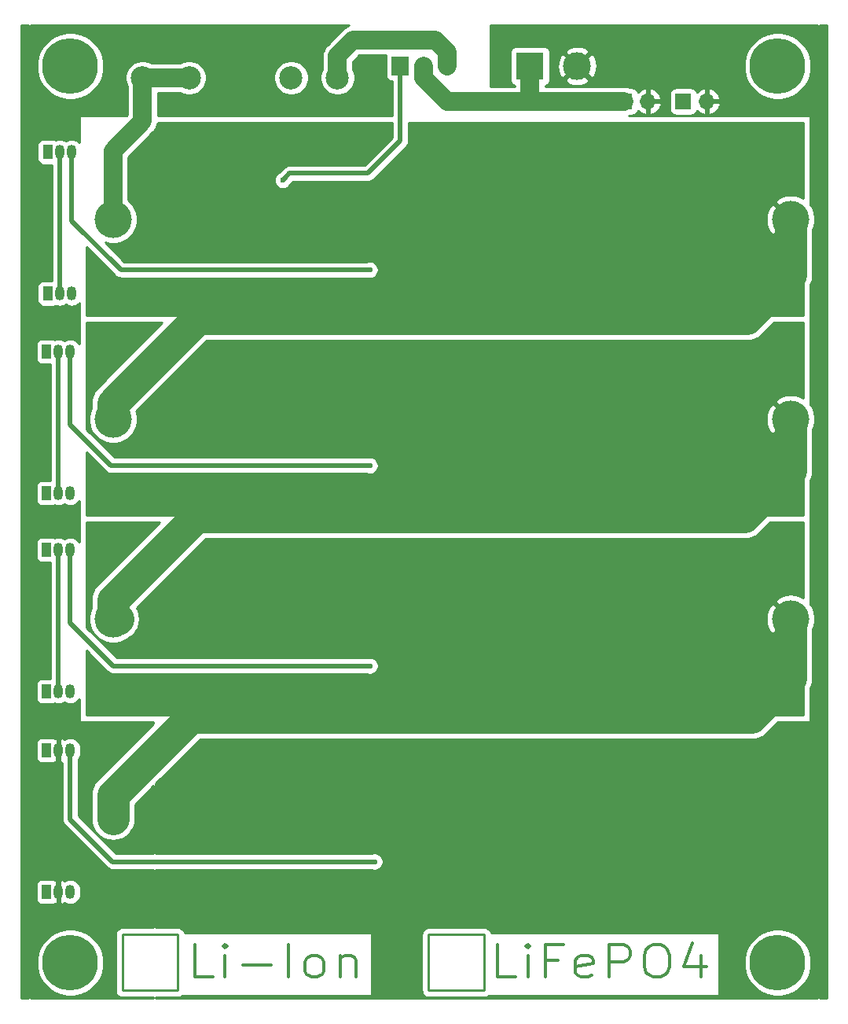
<source format=gbr>
G04 #@! TF.GenerationSoftware,KiCad,Pcbnew,5.1.5+dfsg1-2build2*
G04 #@! TF.CreationDate,2022-06-14T14:00:15+02:00*
G04 #@! TF.ProjectId,4x18650 z zabezpieczeniem,34783138-3635-4302-907a-207a6162657a,rev?*
G04 #@! TF.SameCoordinates,Original*
G04 #@! TF.FileFunction,Copper,L1,Top*
G04 #@! TF.FilePolarity,Positive*
%FSLAX46Y46*%
G04 Gerber Fmt 4.6, Leading zero omitted, Abs format (unit mm)*
G04 Created by KiCad (PCBNEW 5.1.5+dfsg1-2build2) date 2022-06-14 14:00:15*
%MOMM*%
%LPD*%
G04 APERTURE LIST*
%ADD10C,0.300000*%
%ADD11C,4.000000*%
%ADD12C,2.500000*%
%ADD13C,3.000000*%
%ADD14R,3.000000X3.000000*%
%ADD15C,6.000000*%
%ADD16O,1.700000X1.700000*%
%ADD17R,1.700000X1.700000*%
%ADD18R,1.905000X2.000000*%
%ADD19O,1.905000X2.000000*%
%ADD20O,1.050000X1.500000*%
%ADD21R,1.050000X1.500000*%
%ADD22C,0.600000*%
%ADD23C,0.250000*%
%ADD24C,2.000000*%
%ADD25C,0.500000*%
%ADD26C,3.500000*%
%ADD27C,0.254000*%
G04 APERTURE END LIST*
D10*
X167738095Y-161583333D02*
X165833333Y-161583333D01*
X165833333Y-158083333D01*
X169071428Y-161583333D02*
X169071428Y-159250000D01*
X169071428Y-158083333D02*
X168880952Y-158250000D01*
X169071428Y-158416666D01*
X169261904Y-158250000D01*
X169071428Y-158083333D01*
X169071428Y-158416666D01*
X170976190Y-160250000D02*
X174023809Y-160250000D01*
X175928571Y-161583333D02*
X175928571Y-158083333D01*
X178404761Y-161583333D02*
X178023809Y-161416666D01*
X177833333Y-161250000D01*
X177642857Y-160916666D01*
X177642857Y-159916666D01*
X177833333Y-159583333D01*
X178023809Y-159416666D01*
X178404761Y-159250000D01*
X178976190Y-159250000D01*
X179357142Y-159416666D01*
X179547619Y-159583333D01*
X179738095Y-159916666D01*
X179738095Y-160916666D01*
X179547619Y-161250000D01*
X179357142Y-161416666D01*
X178976190Y-161583333D01*
X178404761Y-161583333D01*
X181452380Y-159250000D02*
X181452380Y-161583333D01*
X181452380Y-159583333D02*
X181642857Y-159416666D01*
X182023809Y-159250000D01*
X182595238Y-159250000D01*
X182976190Y-159416666D01*
X183166666Y-159750000D01*
X183166666Y-161583333D01*
X200357142Y-161583333D02*
X198452380Y-161583333D01*
X198452380Y-158083333D01*
X201690476Y-161583333D02*
X201690476Y-159250000D01*
X201690476Y-158083333D02*
X201500000Y-158250000D01*
X201690476Y-158416666D01*
X201880952Y-158250000D01*
X201690476Y-158083333D01*
X201690476Y-158416666D01*
X204928571Y-159750000D02*
X203595238Y-159750000D01*
X203595238Y-161583333D02*
X203595238Y-158083333D01*
X205500000Y-158083333D01*
X208547619Y-161416666D02*
X208166666Y-161583333D01*
X207404761Y-161583333D01*
X207023809Y-161416666D01*
X206833333Y-161083333D01*
X206833333Y-159750000D01*
X207023809Y-159416666D01*
X207404761Y-159250000D01*
X208166666Y-159250000D01*
X208547619Y-159416666D01*
X208738095Y-159750000D01*
X208738095Y-160083333D01*
X206833333Y-160416666D01*
X210452380Y-161583333D02*
X210452380Y-158083333D01*
X211976190Y-158083333D01*
X212357142Y-158250000D01*
X212547619Y-158416666D01*
X212738095Y-158750000D01*
X212738095Y-159250000D01*
X212547619Y-159583333D01*
X212357142Y-159750000D01*
X211976190Y-159916666D01*
X210452380Y-159916666D01*
X215214285Y-158083333D02*
X215976190Y-158083333D01*
X216357142Y-158250000D01*
X216738095Y-158583333D01*
X216928571Y-159250000D01*
X216928571Y-160416666D01*
X216738095Y-161083333D01*
X216357142Y-161416666D01*
X215976190Y-161583333D01*
X215214285Y-161583333D01*
X214833333Y-161416666D01*
X214452380Y-161083333D01*
X214261904Y-160416666D01*
X214261904Y-159250000D01*
X214452380Y-158583333D01*
X214833333Y-158250000D01*
X215214285Y-158083333D01*
X220357142Y-159250000D02*
X220357142Y-161583333D01*
X219404761Y-157916666D02*
X218452380Y-160416666D01*
X220928571Y-160416666D01*
D11*
X157000000Y-101500000D03*
X230000000Y-101500000D03*
X157000000Y-80000000D03*
X230000000Y-80000000D03*
X157000000Y-123000000D03*
X230000000Y-123000000D03*
D12*
X165188000Y-64770000D03*
X181188000Y-64770000D03*
X160188000Y-64770000D03*
X176188000Y-64770000D03*
D13*
X207010000Y-63500000D03*
D14*
X201930000Y-63500000D03*
D15*
X228600000Y-63500000D03*
X152400000Y-160020000D03*
X228600000Y-160020000D03*
X152400000Y-63500000D03*
D16*
X214630000Y-67310000D03*
D17*
X212090000Y-67310000D03*
X218440000Y-67310000D03*
D16*
X220980000Y-67310000D03*
D18*
X187960000Y-63500000D03*
D19*
X190500000Y-63500000D03*
X193040000Y-63500000D03*
D20*
X151262000Y-72754000D03*
X152532000Y-72754000D03*
D21*
X149992000Y-72754000D03*
D20*
X151130000Y-94234000D03*
X152400000Y-94234000D03*
D21*
X149860000Y-94234000D03*
D20*
X151130000Y-115570000D03*
X152400000Y-115570000D03*
D21*
X149860000Y-115570000D03*
X149860000Y-137160000D03*
D20*
X152400000Y-137160000D03*
X151130000Y-137160000D03*
D21*
X149992000Y-87994000D03*
D20*
X152532000Y-87994000D03*
X151262000Y-87994000D03*
X151130000Y-109474000D03*
X152400000Y-109474000D03*
D21*
X149860000Y-109474000D03*
X149860000Y-130810000D03*
D20*
X152400000Y-130810000D03*
X151130000Y-130810000D03*
D21*
X149860000Y-152400000D03*
D20*
X152400000Y-152400000D03*
X151130000Y-152400000D03*
D22*
X165000000Y-81000000D03*
X165000000Y-83000000D03*
X165000000Y-82000000D03*
X188000000Y-76000000D03*
X189801500Y-79121000D03*
X192468500Y-79121000D03*
X192468500Y-83121500D03*
X189801500Y-83121500D03*
X192438000Y-81120000D03*
X189832000Y-81120000D03*
X188000000Y-86614000D03*
X165000000Y-102000000D03*
X165000000Y-104000000D03*
X165000000Y-103000000D03*
X188000000Y-107696000D03*
X188000000Y-98000000D03*
X192468500Y-100457000D03*
X189801500Y-100457000D03*
X189801500Y-104394000D03*
X192468500Y-104394000D03*
X192454000Y-102440000D03*
X189850500Y-102440000D03*
X165000000Y-123000000D03*
X165000000Y-125000000D03*
X165000000Y-124000000D03*
X188000000Y-119000000D03*
X188000000Y-129000000D03*
X189801500Y-121793000D03*
X192468500Y-121793000D03*
X192468500Y-125730000D03*
X189801500Y-125730000D03*
X189803000Y-123760000D03*
X192465771Y-123700729D03*
X165000000Y-145000000D03*
X165000000Y-147000000D03*
X165000000Y-146000000D03*
X188000000Y-140000000D03*
X188000000Y-150000000D03*
X148000000Y-62000000D03*
X148000000Y-72000000D03*
X148000000Y-82000000D03*
X148000000Y-92000000D03*
X148000000Y-102000000D03*
X148000000Y-112000000D03*
X148000000Y-122000000D03*
X148000000Y-132000000D03*
X148000000Y-142000000D03*
X148000000Y-152000000D03*
X148000000Y-162000000D03*
X233000000Y-62000000D03*
X233000000Y-72000000D03*
X233000000Y-82000000D03*
X233000000Y-92000000D03*
X233000000Y-102000000D03*
X233000000Y-112000000D03*
X233000000Y-122000000D03*
X233000000Y-132000000D03*
X233000000Y-142000000D03*
X233000000Y-152000000D03*
X233000000Y-162000000D03*
X190182500Y-145097500D03*
X192849500Y-145097500D03*
X190182500Y-147002500D03*
X192849500Y-147002500D03*
X192849500Y-143129000D03*
X190182500Y-143129000D03*
X175280000Y-75786000D03*
X184678000Y-85438000D03*
X184678000Y-106504000D03*
X184678000Y-128078000D03*
X185170000Y-149144000D03*
D23*
X164000000Y-157000000D02*
X159000000Y-157000000D01*
X159000000Y-157000000D02*
X158000000Y-157000000D01*
X158000000Y-157000000D02*
X158000000Y-163000000D01*
X158000000Y-163000000D02*
X164000000Y-163000000D01*
X164000000Y-163000000D02*
X164000000Y-157000000D01*
X197000000Y-157000000D02*
X191000000Y-157000000D01*
X191000000Y-157000000D02*
X191000000Y-163000000D01*
X191000000Y-163000000D02*
X197000000Y-163000000D01*
X197000000Y-163000000D02*
X197000000Y-157000000D01*
D24*
X160188000Y-64770000D02*
X165188000Y-64770000D01*
X157000000Y-72616000D02*
X157000000Y-80000000D01*
X160180000Y-69436000D02*
X157000000Y-72616000D01*
X160180000Y-64770000D02*
X160180000Y-69436000D01*
D25*
X151262000Y-74004000D02*
X151262000Y-87994000D01*
X151262000Y-72754000D02*
X151262000Y-74004000D01*
D26*
X157000000Y-99794000D02*
X157000000Y-101500000D01*
X166116000Y-90678000D02*
X157000000Y-99794000D01*
X225298000Y-90678000D02*
X166116000Y-90678000D01*
X230000000Y-85976000D02*
X225298000Y-90678000D01*
X230000000Y-80000000D02*
X230000000Y-85976000D01*
D25*
X151130000Y-94234000D02*
X151130000Y-109474000D01*
D26*
X157000000Y-123000000D02*
X157500000Y-123000000D01*
X157000000Y-121000000D02*
X157000000Y-123000000D01*
X165986000Y-112014000D02*
X157000000Y-121000000D01*
X225044000Y-112014000D02*
X165986000Y-112014000D01*
X230000000Y-107058000D02*
X225044000Y-112014000D01*
X230000000Y-101500000D02*
X230000000Y-107058000D01*
D25*
X151130000Y-115570000D02*
X151130000Y-130810000D01*
D26*
X157000000Y-142000000D02*
X157000000Y-144500000D01*
X165396000Y-133604000D02*
X157000000Y-142000000D01*
X225806000Y-133604000D02*
X165396000Y-133604000D01*
X230000000Y-129410000D02*
X225806000Y-133604000D01*
X230000000Y-123500000D02*
X230000000Y-129410000D01*
D25*
X151130000Y-137160000D02*
X151130000Y-152400000D01*
D24*
X181188000Y-62398000D02*
X181188000Y-64770000D01*
X191770000Y-60706000D02*
X182880000Y-60706000D01*
X193040000Y-61976000D02*
X191770000Y-60706000D01*
X182880000Y-60706000D02*
X181188000Y-62398000D01*
X193040000Y-63500000D02*
X193040000Y-61976000D01*
X205740000Y-67310000D02*
X212090000Y-67310000D01*
X190500000Y-64770000D02*
X193040000Y-67310000D01*
X190500000Y-63500000D02*
X190500000Y-64770000D01*
X201676000Y-67254000D02*
X201676000Y-67310000D01*
X201930000Y-67000000D02*
X201676000Y-67254000D01*
X201930000Y-63500000D02*
X201930000Y-67000000D01*
X201676000Y-67310000D02*
X205740000Y-67310000D01*
X193040000Y-67310000D02*
X201676000Y-67310000D01*
D25*
X175592999Y-75486001D02*
X176022000Y-75057000D01*
X175579999Y-75486001D02*
X175592999Y-75486001D01*
X175280000Y-75786000D02*
X175579999Y-75486001D01*
X176022000Y-75057000D02*
X184023000Y-75057000D01*
X187960000Y-63500000D02*
X187960000Y-71120000D01*
X187960000Y-65000000D02*
X187960000Y-71374000D01*
X187960000Y-63500000D02*
X187960000Y-65000000D01*
X187960000Y-71374000D02*
X187960000Y-71120000D01*
X184467500Y-75057000D02*
X184023000Y-75057000D01*
X187960000Y-71564500D02*
X184467500Y-75057000D01*
X187960000Y-71374000D02*
X187960000Y-71564500D01*
X152532000Y-72754000D02*
X152532000Y-80142000D01*
X152532000Y-80142000D02*
X157828000Y-85438000D01*
X173388000Y-85438000D02*
X184678000Y-85438000D01*
X157828000Y-85438000D02*
X173388000Y-85438000D01*
D23*
X156796000Y-106504000D02*
X152400000Y-102108000D01*
D25*
X156796000Y-106504000D02*
X156781500Y-106489500D01*
X184678000Y-106504000D02*
X156796000Y-106504000D01*
X156781500Y-106489500D02*
X152400000Y-102108000D01*
X152400000Y-94234000D02*
X152400000Y-102108000D01*
X184239236Y-106489500D02*
X180086000Y-106489500D01*
X184253736Y-106504000D02*
X184239236Y-106489500D01*
X184678000Y-106504000D02*
X184253736Y-106504000D01*
D23*
X180086000Y-106489500D02*
X156781500Y-106489500D01*
D25*
X152400000Y-115570000D02*
X152400000Y-123444000D01*
X152400000Y-123444000D02*
X157034000Y-128078000D01*
X157034000Y-128078000D02*
X184678000Y-128078000D01*
X152400000Y-137160000D02*
X152400000Y-144589500D01*
X152400000Y-144589500D02*
X156972000Y-149161500D01*
X156989500Y-149144000D02*
X185170000Y-149144000D01*
X156972000Y-149161500D02*
X156989500Y-149144000D01*
D27*
G36*
X187075001Y-71076513D02*
G01*
X187075000Y-71076523D01*
X187075000Y-71197921D01*
X184100922Y-74172000D01*
X176065466Y-74172000D01*
X176021999Y-74167719D01*
X175978533Y-74172000D01*
X175978523Y-74172000D01*
X175848510Y-74184805D01*
X175681687Y-74235411D01*
X175527941Y-74317589D01*
X175393183Y-74428183D01*
X175365468Y-74461954D01*
X175057454Y-74769968D01*
X174951182Y-74857184D01*
X174923467Y-74890955D01*
X174871077Y-74943345D01*
X174837111Y-74957414D01*
X174683972Y-75059738D01*
X174553738Y-75189972D01*
X174451414Y-75343111D01*
X174380932Y-75513271D01*
X174345000Y-75693911D01*
X174345000Y-75878089D01*
X174380932Y-76058729D01*
X174451414Y-76228889D01*
X174553738Y-76382028D01*
X174683972Y-76512262D01*
X174837111Y-76614586D01*
X175007271Y-76685068D01*
X175187911Y-76721000D01*
X175372089Y-76721000D01*
X175552729Y-76685068D01*
X175722889Y-76614586D01*
X175876028Y-76512262D01*
X176006262Y-76382028D01*
X176108586Y-76228889D01*
X176121855Y-76196855D01*
X176221816Y-76114818D01*
X176249533Y-76081045D01*
X176388578Y-75942000D01*
X184424031Y-75942000D01*
X184467500Y-75946281D01*
X184510969Y-75942000D01*
X184510977Y-75942000D01*
X184640990Y-75929195D01*
X184807813Y-75878589D01*
X184961559Y-75796411D01*
X185096317Y-75685817D01*
X185124034Y-75652044D01*
X188555049Y-72221030D01*
X188588817Y-72193317D01*
X188699411Y-72058559D01*
X188781589Y-71904813D01*
X188816843Y-71788596D01*
X188832195Y-71737990D01*
X188835465Y-71704788D01*
X188845000Y-71607976D01*
X188845000Y-71607969D01*
X188849281Y-71564500D01*
X188845000Y-71521031D01*
X188845000Y-69627000D01*
X231373000Y-69627000D01*
X231373000Y-77744516D01*
X230991895Y-77545062D01*
X230493902Y-77398725D01*
X229976929Y-77352352D01*
X229460841Y-77407727D01*
X228965474Y-77562721D01*
X228548228Y-77785742D01*
X228332106Y-78152501D01*
X230000000Y-79820395D01*
X230014143Y-79806253D01*
X230193748Y-79985858D01*
X230179605Y-80000000D01*
X230193748Y-80014143D01*
X230014143Y-80193748D01*
X230000000Y-80179605D01*
X228332106Y-81847499D01*
X228548228Y-82214258D01*
X229008105Y-82454938D01*
X229506098Y-82601275D01*
X230023071Y-82647648D01*
X230539159Y-82592273D01*
X231034526Y-82437279D01*
X231373000Y-82256362D01*
X231373000Y-90373000D01*
X154127000Y-90373000D01*
X154127000Y-82988578D01*
X157171470Y-86033049D01*
X157199183Y-86066817D01*
X157232951Y-86094530D01*
X157232953Y-86094532D01*
X157304452Y-86153210D01*
X157333941Y-86177411D01*
X157487687Y-86259589D01*
X157654510Y-86310195D01*
X157784523Y-86323000D01*
X157784533Y-86323000D01*
X157827999Y-86327281D01*
X157871466Y-86323000D01*
X184371308Y-86323000D01*
X184405271Y-86337068D01*
X184585911Y-86373000D01*
X184770089Y-86373000D01*
X184950729Y-86337068D01*
X185120889Y-86266586D01*
X185274028Y-86164262D01*
X185404262Y-86034028D01*
X185506586Y-85880889D01*
X185577068Y-85710729D01*
X185613000Y-85530089D01*
X185613000Y-85345911D01*
X185577068Y-85165271D01*
X185506586Y-84995111D01*
X185404262Y-84841972D01*
X185274028Y-84711738D01*
X185120889Y-84609414D01*
X184950729Y-84538932D01*
X184770089Y-84503000D01*
X184585911Y-84503000D01*
X184405271Y-84538932D01*
X184371308Y-84553000D01*
X158194579Y-84553000D01*
X156135662Y-82494083D01*
X156231399Y-82533739D01*
X156740475Y-82635000D01*
X157259525Y-82635000D01*
X157768601Y-82533739D01*
X158248141Y-82335107D01*
X158679715Y-82046738D01*
X159046738Y-81679715D01*
X159335107Y-81248141D01*
X159533739Y-80768601D01*
X159635000Y-80259525D01*
X159635000Y-80023071D01*
X227352352Y-80023071D01*
X227407727Y-80539159D01*
X227562721Y-81034526D01*
X227785742Y-81451772D01*
X228152501Y-81667894D01*
X229820395Y-80000000D01*
X228152501Y-78332106D01*
X227785742Y-78548228D01*
X227545062Y-79008105D01*
X227398725Y-79506098D01*
X227352352Y-80023071D01*
X159635000Y-80023071D01*
X159635000Y-79740475D01*
X159533739Y-79231399D01*
X159335107Y-78751859D01*
X159046738Y-78320285D01*
X158679715Y-77953262D01*
X158635000Y-77923384D01*
X158635000Y-73293238D01*
X161279319Y-70648920D01*
X161341714Y-70597714D01*
X161546031Y-70348752D01*
X161697852Y-70064715D01*
X161791343Y-69756516D01*
X161804099Y-69627000D01*
X187075001Y-69627000D01*
X187075001Y-71076513D01*
G37*
X187075001Y-71076513D02*
X187075000Y-71076523D01*
X187075000Y-71197921D01*
X184100922Y-74172000D01*
X176065466Y-74172000D01*
X176021999Y-74167719D01*
X175978533Y-74172000D01*
X175978523Y-74172000D01*
X175848510Y-74184805D01*
X175681687Y-74235411D01*
X175527941Y-74317589D01*
X175393183Y-74428183D01*
X175365468Y-74461954D01*
X175057454Y-74769968D01*
X174951182Y-74857184D01*
X174923467Y-74890955D01*
X174871077Y-74943345D01*
X174837111Y-74957414D01*
X174683972Y-75059738D01*
X174553738Y-75189972D01*
X174451414Y-75343111D01*
X174380932Y-75513271D01*
X174345000Y-75693911D01*
X174345000Y-75878089D01*
X174380932Y-76058729D01*
X174451414Y-76228889D01*
X174553738Y-76382028D01*
X174683972Y-76512262D01*
X174837111Y-76614586D01*
X175007271Y-76685068D01*
X175187911Y-76721000D01*
X175372089Y-76721000D01*
X175552729Y-76685068D01*
X175722889Y-76614586D01*
X175876028Y-76512262D01*
X176006262Y-76382028D01*
X176108586Y-76228889D01*
X176121855Y-76196855D01*
X176221816Y-76114818D01*
X176249533Y-76081045D01*
X176388578Y-75942000D01*
X184424031Y-75942000D01*
X184467500Y-75946281D01*
X184510969Y-75942000D01*
X184510977Y-75942000D01*
X184640990Y-75929195D01*
X184807813Y-75878589D01*
X184961559Y-75796411D01*
X185096317Y-75685817D01*
X185124034Y-75652044D01*
X188555049Y-72221030D01*
X188588817Y-72193317D01*
X188699411Y-72058559D01*
X188781589Y-71904813D01*
X188816843Y-71788596D01*
X188832195Y-71737990D01*
X188835465Y-71704788D01*
X188845000Y-71607976D01*
X188845000Y-71607969D01*
X188849281Y-71564500D01*
X188845000Y-71521031D01*
X188845000Y-69627000D01*
X231373000Y-69627000D01*
X231373000Y-77744516D01*
X230991895Y-77545062D01*
X230493902Y-77398725D01*
X229976929Y-77352352D01*
X229460841Y-77407727D01*
X228965474Y-77562721D01*
X228548228Y-77785742D01*
X228332106Y-78152501D01*
X230000000Y-79820395D01*
X230014143Y-79806253D01*
X230193748Y-79985858D01*
X230179605Y-80000000D01*
X230193748Y-80014143D01*
X230014143Y-80193748D01*
X230000000Y-80179605D01*
X228332106Y-81847499D01*
X228548228Y-82214258D01*
X229008105Y-82454938D01*
X229506098Y-82601275D01*
X230023071Y-82647648D01*
X230539159Y-82592273D01*
X231034526Y-82437279D01*
X231373000Y-82256362D01*
X231373000Y-90373000D01*
X154127000Y-90373000D01*
X154127000Y-82988578D01*
X157171470Y-86033049D01*
X157199183Y-86066817D01*
X157232951Y-86094530D01*
X157232953Y-86094532D01*
X157304452Y-86153210D01*
X157333941Y-86177411D01*
X157487687Y-86259589D01*
X157654510Y-86310195D01*
X157784523Y-86323000D01*
X157784533Y-86323000D01*
X157827999Y-86327281D01*
X157871466Y-86323000D01*
X184371308Y-86323000D01*
X184405271Y-86337068D01*
X184585911Y-86373000D01*
X184770089Y-86373000D01*
X184950729Y-86337068D01*
X185120889Y-86266586D01*
X185274028Y-86164262D01*
X185404262Y-86034028D01*
X185506586Y-85880889D01*
X185577068Y-85710729D01*
X185613000Y-85530089D01*
X185613000Y-85345911D01*
X185577068Y-85165271D01*
X185506586Y-84995111D01*
X185404262Y-84841972D01*
X185274028Y-84711738D01*
X185120889Y-84609414D01*
X184950729Y-84538932D01*
X184770089Y-84503000D01*
X184585911Y-84503000D01*
X184405271Y-84538932D01*
X184371308Y-84553000D01*
X158194579Y-84553000D01*
X156135662Y-82494083D01*
X156231399Y-82533739D01*
X156740475Y-82635000D01*
X157259525Y-82635000D01*
X157768601Y-82533739D01*
X158248141Y-82335107D01*
X158679715Y-82046738D01*
X159046738Y-81679715D01*
X159335107Y-81248141D01*
X159533739Y-80768601D01*
X159635000Y-80259525D01*
X159635000Y-80023071D01*
X227352352Y-80023071D01*
X227407727Y-80539159D01*
X227562721Y-81034526D01*
X227785742Y-81451772D01*
X228152501Y-81667894D01*
X229820395Y-80000000D01*
X228152501Y-78332106D01*
X227785742Y-78548228D01*
X227545062Y-79008105D01*
X227398725Y-79506098D01*
X227352352Y-80023071D01*
X159635000Y-80023071D01*
X159635000Y-79740475D01*
X159533739Y-79231399D01*
X159335107Y-78751859D01*
X159046738Y-78320285D01*
X158679715Y-77953262D01*
X158635000Y-77923384D01*
X158635000Y-73293238D01*
X161279319Y-70648920D01*
X161341714Y-70597714D01*
X161546031Y-70348752D01*
X161697852Y-70064715D01*
X161791343Y-69756516D01*
X161804099Y-69627000D01*
X187075001Y-69627000D01*
X187075001Y-71076513D01*
G36*
X155396395Y-98024706D02*
G01*
X155305391Y-98099391D01*
X155230708Y-98190393D01*
X155007351Y-98462555D01*
X154785887Y-98876885D01*
X154649510Y-99326459D01*
X154603461Y-99794000D01*
X154615000Y-99911157D01*
X154615000Y-100372311D01*
X154466261Y-100731399D01*
X154365000Y-101240475D01*
X154365000Y-101759525D01*
X154466261Y-102268601D01*
X154664893Y-102748141D01*
X154953262Y-103179715D01*
X155320285Y-103546738D01*
X155751859Y-103835107D01*
X156231399Y-104033739D01*
X156740475Y-104135000D01*
X157259525Y-104135000D01*
X157768601Y-104033739D01*
X158248141Y-103835107D01*
X158679715Y-103546738D01*
X159046738Y-103179715D01*
X159335107Y-102748141D01*
X159533739Y-102268601D01*
X159635000Y-101759525D01*
X159635000Y-101523071D01*
X227352352Y-101523071D01*
X227407727Y-102039159D01*
X227562721Y-102534526D01*
X227785742Y-102951772D01*
X228152501Y-103167894D01*
X229820395Y-101500000D01*
X228152501Y-99832106D01*
X227785742Y-100048228D01*
X227545062Y-100508105D01*
X227398725Y-101006098D01*
X227352352Y-101523071D01*
X159635000Y-101523071D01*
X159635000Y-101240475D01*
X159533739Y-100731399D01*
X159504965Y-100661934D01*
X167103900Y-93063000D01*
X225180843Y-93063000D01*
X225298000Y-93074539D01*
X225415157Y-93063000D01*
X225765542Y-93028490D01*
X226215116Y-92892113D01*
X226629446Y-92670649D01*
X226992609Y-92372609D01*
X227067294Y-92281605D01*
X228221899Y-91127000D01*
X231373000Y-91127000D01*
X231373000Y-99244516D01*
X230991895Y-99045062D01*
X230493902Y-98898725D01*
X229976929Y-98852352D01*
X229460841Y-98907727D01*
X228965474Y-99062721D01*
X228548228Y-99285742D01*
X228332106Y-99652501D01*
X230000000Y-101320395D01*
X230014143Y-101306253D01*
X230193748Y-101485858D01*
X230179605Y-101500000D01*
X230193748Y-101514143D01*
X230014143Y-101693748D01*
X230000000Y-101679605D01*
X228332106Y-103347499D01*
X228548228Y-103714258D01*
X229008105Y-103954938D01*
X229506098Y-104101275D01*
X230023071Y-104147648D01*
X230539159Y-104092273D01*
X231034526Y-103937279D01*
X231373000Y-103756362D01*
X231373000Y-111873000D01*
X154127000Y-111873000D01*
X154127000Y-105086579D01*
X156139470Y-107099049D01*
X156167183Y-107132817D01*
X156301941Y-107243411D01*
X156455687Y-107325589D01*
X156622510Y-107376195D01*
X156752523Y-107389000D01*
X156752533Y-107389000D01*
X156795999Y-107393281D01*
X156839465Y-107389000D01*
X184210269Y-107389000D01*
X184253735Y-107393281D01*
X184297201Y-107389000D01*
X184371308Y-107389000D01*
X184405271Y-107403068D01*
X184585911Y-107439000D01*
X184770089Y-107439000D01*
X184950729Y-107403068D01*
X185120889Y-107332586D01*
X185274028Y-107230262D01*
X185404262Y-107100028D01*
X185506586Y-106946889D01*
X185577068Y-106776729D01*
X185613000Y-106596089D01*
X185613000Y-106411911D01*
X185577068Y-106231271D01*
X185506586Y-106061111D01*
X185404262Y-105907972D01*
X185274028Y-105777738D01*
X185120889Y-105675414D01*
X184950729Y-105604932D01*
X184770089Y-105569000D01*
X184585911Y-105569000D01*
X184405271Y-105604932D01*
X184382570Y-105614335D01*
X184282713Y-105604500D01*
X184282705Y-105604500D01*
X184239236Y-105600219D01*
X184195767Y-105604500D01*
X180042523Y-105604500D01*
X179912510Y-105617305D01*
X179906922Y-105619000D01*
X157162579Y-105619000D01*
X154127000Y-102583422D01*
X154127000Y-91127000D01*
X162294100Y-91127000D01*
X155396395Y-98024706D01*
G37*
X155396395Y-98024706D02*
X155305391Y-98099391D01*
X155230708Y-98190393D01*
X155007351Y-98462555D01*
X154785887Y-98876885D01*
X154649510Y-99326459D01*
X154603461Y-99794000D01*
X154615000Y-99911157D01*
X154615000Y-100372311D01*
X154466261Y-100731399D01*
X154365000Y-101240475D01*
X154365000Y-101759525D01*
X154466261Y-102268601D01*
X154664893Y-102748141D01*
X154953262Y-103179715D01*
X155320285Y-103546738D01*
X155751859Y-103835107D01*
X156231399Y-104033739D01*
X156740475Y-104135000D01*
X157259525Y-104135000D01*
X157768601Y-104033739D01*
X158248141Y-103835107D01*
X158679715Y-103546738D01*
X159046738Y-103179715D01*
X159335107Y-102748141D01*
X159533739Y-102268601D01*
X159635000Y-101759525D01*
X159635000Y-101523071D01*
X227352352Y-101523071D01*
X227407727Y-102039159D01*
X227562721Y-102534526D01*
X227785742Y-102951772D01*
X228152501Y-103167894D01*
X229820395Y-101500000D01*
X228152501Y-99832106D01*
X227785742Y-100048228D01*
X227545062Y-100508105D01*
X227398725Y-101006098D01*
X227352352Y-101523071D01*
X159635000Y-101523071D01*
X159635000Y-101240475D01*
X159533739Y-100731399D01*
X159504965Y-100661934D01*
X167103900Y-93063000D01*
X225180843Y-93063000D01*
X225298000Y-93074539D01*
X225415157Y-93063000D01*
X225765542Y-93028490D01*
X226215116Y-92892113D01*
X226629446Y-92670649D01*
X226992609Y-92372609D01*
X227067294Y-92281605D01*
X228221899Y-91127000D01*
X231373000Y-91127000D01*
X231373000Y-99244516D01*
X230991895Y-99045062D01*
X230493902Y-98898725D01*
X229976929Y-98852352D01*
X229460841Y-98907727D01*
X228965474Y-99062721D01*
X228548228Y-99285742D01*
X228332106Y-99652501D01*
X230000000Y-101320395D01*
X230014143Y-101306253D01*
X230193748Y-101485858D01*
X230179605Y-101500000D01*
X230193748Y-101514143D01*
X230014143Y-101693748D01*
X230000000Y-101679605D01*
X228332106Y-103347499D01*
X228548228Y-103714258D01*
X229008105Y-103954938D01*
X229506098Y-104101275D01*
X230023071Y-104147648D01*
X230539159Y-104092273D01*
X231034526Y-103937279D01*
X231373000Y-103756362D01*
X231373000Y-111873000D01*
X154127000Y-111873000D01*
X154127000Y-105086579D01*
X156139470Y-107099049D01*
X156167183Y-107132817D01*
X156301941Y-107243411D01*
X156455687Y-107325589D01*
X156622510Y-107376195D01*
X156752523Y-107389000D01*
X156752533Y-107389000D01*
X156795999Y-107393281D01*
X156839465Y-107389000D01*
X184210269Y-107389000D01*
X184253735Y-107393281D01*
X184297201Y-107389000D01*
X184371308Y-107389000D01*
X184405271Y-107403068D01*
X184585911Y-107439000D01*
X184770089Y-107439000D01*
X184950729Y-107403068D01*
X185120889Y-107332586D01*
X185274028Y-107230262D01*
X185404262Y-107100028D01*
X185506586Y-106946889D01*
X185577068Y-106776729D01*
X185613000Y-106596089D01*
X185613000Y-106411911D01*
X185577068Y-106231271D01*
X185506586Y-106061111D01*
X185404262Y-105907972D01*
X185274028Y-105777738D01*
X185120889Y-105675414D01*
X184950729Y-105604932D01*
X184770089Y-105569000D01*
X184585911Y-105569000D01*
X184405271Y-105604932D01*
X184382570Y-105614335D01*
X184282713Y-105604500D01*
X184282705Y-105604500D01*
X184239236Y-105600219D01*
X184195767Y-105604500D01*
X180042523Y-105604500D01*
X179912510Y-105617305D01*
X179906922Y-105619000D01*
X157162579Y-105619000D01*
X154127000Y-102583422D01*
X154127000Y-91127000D01*
X162294100Y-91127000D01*
X155396395Y-98024706D01*
G36*
X155396395Y-119230706D02*
G01*
X155305391Y-119305391D01*
X155230708Y-119396393D01*
X155007351Y-119668555D01*
X154785887Y-120082885D01*
X154649510Y-120532459D01*
X154603461Y-121000000D01*
X154615000Y-121117157D01*
X154615000Y-121872311D01*
X154466261Y-122231399D01*
X154365000Y-122740475D01*
X154365000Y-123259525D01*
X154466261Y-123768601D01*
X154664893Y-124248141D01*
X154953262Y-124679715D01*
X155320285Y-125046738D01*
X155751859Y-125335107D01*
X156231399Y-125533739D01*
X156740475Y-125635000D01*
X157259525Y-125635000D01*
X157768601Y-125533739D01*
X158248141Y-125335107D01*
X158477626Y-125181770D01*
X158831446Y-124992649D01*
X159194609Y-124694609D01*
X159492649Y-124331446D01*
X159714113Y-123917116D01*
X159850490Y-123467542D01*
X159894266Y-123023071D01*
X227352352Y-123023071D01*
X227407727Y-123539159D01*
X227562721Y-124034526D01*
X227785742Y-124451772D01*
X228152501Y-124667894D01*
X229820395Y-123000000D01*
X228152501Y-121332106D01*
X227785742Y-121548228D01*
X227545062Y-122008105D01*
X227398725Y-122506098D01*
X227352352Y-123023071D01*
X159894266Y-123023071D01*
X159896539Y-123000000D01*
X159850490Y-122532458D01*
X159714113Y-122082884D01*
X159566388Y-121806511D01*
X166973900Y-114399000D01*
X224926843Y-114399000D01*
X225044000Y-114410539D01*
X225161157Y-114399000D01*
X225511542Y-114364490D01*
X225961116Y-114228113D01*
X226375446Y-114006649D01*
X226738609Y-113708609D01*
X226813294Y-113617605D01*
X227803899Y-112627000D01*
X231373000Y-112627000D01*
X231373000Y-120744516D01*
X230991895Y-120545062D01*
X230493902Y-120398725D01*
X229976929Y-120352352D01*
X229460841Y-120407727D01*
X228965474Y-120562721D01*
X228548228Y-120785742D01*
X228332106Y-121152501D01*
X230000000Y-122820395D01*
X230014143Y-122806253D01*
X230193748Y-122985858D01*
X230179605Y-123000000D01*
X230193748Y-123014143D01*
X230014143Y-123193748D01*
X230000000Y-123179605D01*
X228332106Y-124847499D01*
X228548228Y-125214258D01*
X229008105Y-125454938D01*
X229506098Y-125601275D01*
X230023071Y-125647648D01*
X230539159Y-125592273D01*
X231034526Y-125437279D01*
X231373000Y-125256362D01*
X231373000Y-133373000D01*
X154127000Y-133373000D01*
X154127000Y-126422579D01*
X156377470Y-128673049D01*
X156405183Y-128706817D01*
X156438951Y-128734530D01*
X156438953Y-128734532D01*
X156539941Y-128817411D01*
X156693686Y-128899589D01*
X156860510Y-128950195D01*
X156990523Y-128963000D01*
X156990531Y-128963000D01*
X157034000Y-128967281D01*
X157077469Y-128963000D01*
X184371308Y-128963000D01*
X184405271Y-128977068D01*
X184585911Y-129013000D01*
X184770089Y-129013000D01*
X184950729Y-128977068D01*
X185120889Y-128906586D01*
X185274028Y-128804262D01*
X185404262Y-128674028D01*
X185506586Y-128520889D01*
X185577068Y-128350729D01*
X185613000Y-128170089D01*
X185613000Y-127985911D01*
X185577068Y-127805271D01*
X185506586Y-127635111D01*
X185404262Y-127481972D01*
X185274028Y-127351738D01*
X185120889Y-127249414D01*
X184950729Y-127178932D01*
X184770089Y-127143000D01*
X184585911Y-127143000D01*
X184405271Y-127178932D01*
X184371308Y-127193000D01*
X157400579Y-127193000D01*
X154127000Y-123919422D01*
X154127000Y-112627000D01*
X162000100Y-112627000D01*
X155396395Y-119230706D01*
G37*
X155396395Y-119230706D02*
X155305391Y-119305391D01*
X155230708Y-119396393D01*
X155007351Y-119668555D01*
X154785887Y-120082885D01*
X154649510Y-120532459D01*
X154603461Y-121000000D01*
X154615000Y-121117157D01*
X154615000Y-121872311D01*
X154466261Y-122231399D01*
X154365000Y-122740475D01*
X154365000Y-123259525D01*
X154466261Y-123768601D01*
X154664893Y-124248141D01*
X154953262Y-124679715D01*
X155320285Y-125046738D01*
X155751859Y-125335107D01*
X156231399Y-125533739D01*
X156740475Y-125635000D01*
X157259525Y-125635000D01*
X157768601Y-125533739D01*
X158248141Y-125335107D01*
X158477626Y-125181770D01*
X158831446Y-124992649D01*
X159194609Y-124694609D01*
X159492649Y-124331446D01*
X159714113Y-123917116D01*
X159850490Y-123467542D01*
X159894266Y-123023071D01*
X227352352Y-123023071D01*
X227407727Y-123539159D01*
X227562721Y-124034526D01*
X227785742Y-124451772D01*
X228152501Y-124667894D01*
X229820395Y-123000000D01*
X228152501Y-121332106D01*
X227785742Y-121548228D01*
X227545062Y-122008105D01*
X227398725Y-122506098D01*
X227352352Y-123023071D01*
X159894266Y-123023071D01*
X159896539Y-123000000D01*
X159850490Y-122532458D01*
X159714113Y-122082884D01*
X159566388Y-121806511D01*
X166973900Y-114399000D01*
X224926843Y-114399000D01*
X225044000Y-114410539D01*
X225161157Y-114399000D01*
X225511542Y-114364490D01*
X225961116Y-114228113D01*
X226375446Y-114006649D01*
X226738609Y-113708609D01*
X226813294Y-113617605D01*
X227803899Y-112627000D01*
X231373000Y-112627000D01*
X231373000Y-120744516D01*
X230991895Y-120545062D01*
X230493902Y-120398725D01*
X229976929Y-120352352D01*
X229460841Y-120407727D01*
X228965474Y-120562721D01*
X228548228Y-120785742D01*
X228332106Y-121152501D01*
X230000000Y-122820395D01*
X230014143Y-122806253D01*
X230193748Y-122985858D01*
X230179605Y-123000000D01*
X230193748Y-123014143D01*
X230014143Y-123193748D01*
X230000000Y-123179605D01*
X228332106Y-124847499D01*
X228548228Y-125214258D01*
X229008105Y-125454938D01*
X229506098Y-125601275D01*
X230023071Y-125647648D01*
X230539159Y-125592273D01*
X231034526Y-125437279D01*
X231373000Y-125256362D01*
X231373000Y-133373000D01*
X154127000Y-133373000D01*
X154127000Y-126422579D01*
X156377470Y-128673049D01*
X156405183Y-128706817D01*
X156438951Y-128734530D01*
X156438953Y-128734532D01*
X156539941Y-128817411D01*
X156693686Y-128899589D01*
X156860510Y-128950195D01*
X156990523Y-128963000D01*
X156990531Y-128963000D01*
X157034000Y-128967281D01*
X157077469Y-128963000D01*
X184371308Y-128963000D01*
X184405271Y-128977068D01*
X184585911Y-129013000D01*
X184770089Y-129013000D01*
X184950729Y-128977068D01*
X185120889Y-128906586D01*
X185274028Y-128804262D01*
X185404262Y-128674028D01*
X185506586Y-128520889D01*
X185577068Y-128350729D01*
X185613000Y-128170089D01*
X185613000Y-127985911D01*
X185577068Y-127805271D01*
X185506586Y-127635111D01*
X185404262Y-127481972D01*
X185274028Y-127351738D01*
X185120889Y-127249414D01*
X184950729Y-127178932D01*
X184770089Y-127143000D01*
X184585911Y-127143000D01*
X184405271Y-127178932D01*
X184371308Y-127193000D01*
X157400579Y-127193000D01*
X154127000Y-123919422D01*
X154127000Y-112627000D01*
X162000100Y-112627000D01*
X155396395Y-119230706D01*
G36*
X232873000Y-163873000D02*
G01*
X161627000Y-163873000D01*
X161627000Y-163760000D01*
X163962667Y-163760000D01*
X164000000Y-163763677D01*
X164037333Y-163760000D01*
X164148986Y-163749003D01*
X164292247Y-163705546D01*
X164424276Y-163634974D01*
X164479077Y-163590000D01*
X184904048Y-163590000D01*
X184904048Y-157000000D01*
X190236323Y-157000000D01*
X190240000Y-157037333D01*
X190240001Y-162962657D01*
X190236323Y-163000000D01*
X190250997Y-163148986D01*
X190294454Y-163292247D01*
X190365026Y-163424276D01*
X190459999Y-163540001D01*
X190575724Y-163634974D01*
X190707753Y-163705546D01*
X190851014Y-163749003D01*
X190962667Y-163760000D01*
X191000000Y-163763677D01*
X191037333Y-163760000D01*
X196962667Y-163760000D01*
X197000000Y-163763677D01*
X197037333Y-163760000D01*
X197148986Y-163749003D01*
X197292247Y-163705546D01*
X197424276Y-163634974D01*
X197479077Y-163590000D01*
X222285000Y-163590000D01*
X222285000Y-159661984D01*
X224965000Y-159661984D01*
X224965000Y-160378016D01*
X225104691Y-161080290D01*
X225378705Y-161741818D01*
X225776511Y-162337177D01*
X226282823Y-162843489D01*
X226878182Y-163241295D01*
X227539710Y-163515309D01*
X228241984Y-163655000D01*
X228958016Y-163655000D01*
X229660290Y-163515309D01*
X230321818Y-163241295D01*
X230917177Y-162843489D01*
X231423489Y-162337177D01*
X231821295Y-161741818D01*
X232095309Y-161080290D01*
X232235000Y-160378016D01*
X232235000Y-159661984D01*
X232095309Y-158959710D01*
X231821295Y-158298182D01*
X231423489Y-157702823D01*
X230917177Y-157196511D01*
X230321818Y-156798705D01*
X229660290Y-156524691D01*
X228958016Y-156385000D01*
X228241984Y-156385000D01*
X227539710Y-156524691D01*
X226878182Y-156798705D01*
X226282823Y-157196511D01*
X225776511Y-157702823D01*
X225378705Y-158298182D01*
X225104691Y-158959710D01*
X224965000Y-159661984D01*
X222285000Y-159661984D01*
X222285000Y-156770000D01*
X197724428Y-156770000D01*
X197705546Y-156707753D01*
X197634974Y-156575724D01*
X197540001Y-156459999D01*
X197424276Y-156365026D01*
X197292247Y-156294454D01*
X197148986Y-156250997D01*
X197037333Y-156240000D01*
X197000000Y-156236323D01*
X196962667Y-156240000D01*
X191037333Y-156240000D01*
X191000000Y-156236323D01*
X190962667Y-156240000D01*
X190851014Y-156250997D01*
X190707753Y-156294454D01*
X190575724Y-156365026D01*
X190459999Y-156459999D01*
X190365026Y-156575724D01*
X190294454Y-156707753D01*
X190250997Y-156851014D01*
X190236323Y-157000000D01*
X184904048Y-157000000D01*
X184904048Y-156770000D01*
X164724428Y-156770000D01*
X164705546Y-156707753D01*
X164634974Y-156575724D01*
X164540001Y-156459999D01*
X164424276Y-156365026D01*
X164292247Y-156294454D01*
X164148986Y-156250997D01*
X164037333Y-156240000D01*
X164000000Y-156236323D01*
X163962667Y-156240000D01*
X161627000Y-156240000D01*
X161627000Y-150029000D01*
X184863308Y-150029000D01*
X184897271Y-150043068D01*
X185077911Y-150079000D01*
X185262089Y-150079000D01*
X185442729Y-150043068D01*
X185612889Y-149972586D01*
X185766028Y-149870262D01*
X185896262Y-149740028D01*
X185998586Y-149586889D01*
X186069068Y-149416729D01*
X186105000Y-149236089D01*
X186105000Y-149051911D01*
X186069068Y-148871271D01*
X185998586Y-148701111D01*
X185896262Y-148547972D01*
X185766028Y-148417738D01*
X185612889Y-148315414D01*
X185442729Y-148244932D01*
X185262089Y-148209000D01*
X185077911Y-148209000D01*
X184897271Y-148244932D01*
X184863308Y-148259000D01*
X161627000Y-148259000D01*
X161627000Y-140745899D01*
X166383900Y-135989000D01*
X225688843Y-135989000D01*
X225806000Y-136000539D01*
X225923157Y-135989000D01*
X226273542Y-135954490D01*
X226723116Y-135818113D01*
X227137446Y-135596649D01*
X227500609Y-135298609D01*
X227575294Y-135207605D01*
X228655899Y-134127000D01*
X232000000Y-134127000D01*
X232024776Y-134124560D01*
X232048601Y-134117333D01*
X232070557Y-134105597D01*
X232089803Y-134089803D01*
X232105597Y-134070557D01*
X232117333Y-134048601D01*
X232124560Y-134024776D01*
X232127000Y-134000000D01*
X232127000Y-130490093D01*
X232214113Y-130327116D01*
X232350490Y-129877542D01*
X232385000Y-129527157D01*
X232396539Y-129410000D01*
X232385000Y-129292843D01*
X232385000Y-124127689D01*
X232533739Y-123768601D01*
X232635000Y-123259525D01*
X232635000Y-122740475D01*
X232533739Y-122231399D01*
X232335107Y-121751859D01*
X232127000Y-121440405D01*
X232127000Y-108138093D01*
X232214113Y-107975116D01*
X232350490Y-107525542D01*
X232385000Y-107175157D01*
X232385000Y-107175148D01*
X232396538Y-107058001D01*
X232385000Y-106940854D01*
X232385000Y-102627689D01*
X232533739Y-102268601D01*
X232635000Y-101759525D01*
X232635000Y-101240475D01*
X232533739Y-100731399D01*
X232335107Y-100251859D01*
X232127000Y-99940405D01*
X232127000Y-87056093D01*
X232214113Y-86893116D01*
X232270847Y-86706089D01*
X232350490Y-86443542D01*
X232385000Y-86093157D01*
X232385000Y-86093148D01*
X232396538Y-85976001D01*
X232385000Y-85858854D01*
X232385000Y-81127689D01*
X232533739Y-80768601D01*
X232635000Y-80259525D01*
X232635000Y-79740475D01*
X232533739Y-79231399D01*
X232335107Y-78751859D01*
X232127000Y-78440405D01*
X232127000Y-69000000D01*
X232124560Y-68975224D01*
X232117333Y-68951399D01*
X232105597Y-68929443D01*
X232089803Y-68910197D01*
X232070557Y-68894403D01*
X232048601Y-68882667D01*
X232024776Y-68875440D01*
X232000000Y-68873000D01*
X212569882Y-68873000D01*
X212718715Y-68827852D01*
X212774429Y-68798072D01*
X212940000Y-68798072D01*
X213064482Y-68785812D01*
X213184180Y-68749502D01*
X213294494Y-68690537D01*
X213391185Y-68611185D01*
X213470537Y-68514494D01*
X213529502Y-68404180D01*
X213553966Y-68323534D01*
X213629731Y-68407588D01*
X213863080Y-68581641D01*
X214125901Y-68706825D01*
X214273110Y-68751476D01*
X214503000Y-68630155D01*
X214503000Y-67437000D01*
X214757000Y-67437000D01*
X214757000Y-68630155D01*
X214986890Y-68751476D01*
X215134099Y-68706825D01*
X215396920Y-68581641D01*
X215630269Y-68407588D01*
X215825178Y-68191355D01*
X215974157Y-67941252D01*
X216071481Y-67666891D01*
X215950814Y-67437000D01*
X214757000Y-67437000D01*
X214503000Y-67437000D01*
X214483000Y-67437000D01*
X214483000Y-67183000D01*
X214503000Y-67183000D01*
X214503000Y-65989845D01*
X214757000Y-65989845D01*
X214757000Y-67183000D01*
X215950814Y-67183000D01*
X216071481Y-66953109D01*
X215974157Y-66678748D01*
X215843856Y-66460000D01*
X216951928Y-66460000D01*
X216951928Y-68160000D01*
X216964188Y-68284482D01*
X217000498Y-68404180D01*
X217059463Y-68514494D01*
X217138815Y-68611185D01*
X217235506Y-68690537D01*
X217345820Y-68749502D01*
X217465518Y-68785812D01*
X217590000Y-68798072D01*
X219290000Y-68798072D01*
X219414482Y-68785812D01*
X219534180Y-68749502D01*
X219644494Y-68690537D01*
X219741185Y-68611185D01*
X219820537Y-68514494D01*
X219879502Y-68404180D01*
X219903966Y-68323534D01*
X219979731Y-68407588D01*
X220213080Y-68581641D01*
X220475901Y-68706825D01*
X220623110Y-68751476D01*
X220853000Y-68630155D01*
X220853000Y-67437000D01*
X221107000Y-67437000D01*
X221107000Y-68630155D01*
X221336890Y-68751476D01*
X221484099Y-68706825D01*
X221746920Y-68581641D01*
X221980269Y-68407588D01*
X222175178Y-68191355D01*
X222324157Y-67941252D01*
X222421481Y-67666891D01*
X222300814Y-67437000D01*
X221107000Y-67437000D01*
X220853000Y-67437000D01*
X220833000Y-67437000D01*
X220833000Y-67183000D01*
X220853000Y-67183000D01*
X220853000Y-65989845D01*
X221107000Y-65989845D01*
X221107000Y-67183000D01*
X222300814Y-67183000D01*
X222421481Y-66953109D01*
X222324157Y-66678748D01*
X222175178Y-66428645D01*
X221980269Y-66212412D01*
X221746920Y-66038359D01*
X221484099Y-65913175D01*
X221336890Y-65868524D01*
X221107000Y-65989845D01*
X220853000Y-65989845D01*
X220623110Y-65868524D01*
X220475901Y-65913175D01*
X220213080Y-66038359D01*
X219979731Y-66212412D01*
X219903966Y-66296466D01*
X219879502Y-66215820D01*
X219820537Y-66105506D01*
X219741185Y-66008815D01*
X219644494Y-65929463D01*
X219534180Y-65870498D01*
X219414482Y-65834188D01*
X219290000Y-65821928D01*
X217590000Y-65821928D01*
X217465518Y-65834188D01*
X217345820Y-65870498D01*
X217235506Y-65929463D01*
X217138815Y-66008815D01*
X217059463Y-66105506D01*
X217000498Y-66215820D01*
X216964188Y-66335518D01*
X216951928Y-66460000D01*
X215843856Y-66460000D01*
X215825178Y-66428645D01*
X215630269Y-66212412D01*
X215396920Y-66038359D01*
X215134099Y-65913175D01*
X214986890Y-65868524D01*
X214757000Y-65989845D01*
X214503000Y-65989845D01*
X214273110Y-65868524D01*
X214125901Y-65913175D01*
X213863080Y-66038359D01*
X213629731Y-66212412D01*
X213553966Y-66296466D01*
X213529502Y-66215820D01*
X213470537Y-66105506D01*
X213391185Y-66008815D01*
X213294494Y-65929463D01*
X213184180Y-65870498D01*
X213064482Y-65834188D01*
X212940000Y-65821928D01*
X212774429Y-65821928D01*
X212718715Y-65792148D01*
X212410516Y-65698657D01*
X212170322Y-65675000D01*
X203565000Y-65675000D01*
X203565000Y-65622621D01*
X203674180Y-65589502D01*
X203784494Y-65530537D01*
X203881185Y-65451185D01*
X203960537Y-65354494D01*
X204019502Y-65244180D01*
X204055812Y-65124482D01*
X204068072Y-65000000D01*
X204068072Y-64991653D01*
X205697952Y-64991653D01*
X205853962Y-65307214D01*
X206228745Y-65498020D01*
X206633551Y-65612044D01*
X207052824Y-65644902D01*
X207470451Y-65595334D01*
X207870383Y-65465243D01*
X208166038Y-65307214D01*
X208322048Y-64991653D01*
X207010000Y-63679605D01*
X205697952Y-64991653D01*
X204068072Y-64991653D01*
X204068072Y-63542824D01*
X204865098Y-63542824D01*
X204914666Y-63960451D01*
X205044757Y-64360383D01*
X205202786Y-64656038D01*
X205518347Y-64812048D01*
X206830395Y-63500000D01*
X207189605Y-63500000D01*
X208501653Y-64812048D01*
X208817214Y-64656038D01*
X209008020Y-64281255D01*
X209122044Y-63876449D01*
X209154902Y-63457176D01*
X209117492Y-63141984D01*
X224965000Y-63141984D01*
X224965000Y-63858016D01*
X225104691Y-64560290D01*
X225378705Y-65221818D01*
X225776511Y-65817177D01*
X226282823Y-66323489D01*
X226878182Y-66721295D01*
X227539710Y-66995309D01*
X228241984Y-67135000D01*
X228958016Y-67135000D01*
X229660290Y-66995309D01*
X230321818Y-66721295D01*
X230917177Y-66323489D01*
X231423489Y-65817177D01*
X231821295Y-65221818D01*
X232095309Y-64560290D01*
X232235000Y-63858016D01*
X232235000Y-63141984D01*
X232095309Y-62439710D01*
X231821295Y-61778182D01*
X231423489Y-61182823D01*
X230917177Y-60676511D01*
X230321818Y-60278705D01*
X229660290Y-60004691D01*
X228958016Y-59865000D01*
X228241984Y-59865000D01*
X227539710Y-60004691D01*
X226878182Y-60278705D01*
X226282823Y-60676511D01*
X225776511Y-61182823D01*
X225378705Y-61778182D01*
X225104691Y-62439710D01*
X224965000Y-63141984D01*
X209117492Y-63141984D01*
X209105334Y-63039549D01*
X208975243Y-62639617D01*
X208817214Y-62343962D01*
X208501653Y-62187952D01*
X207189605Y-63500000D01*
X206830395Y-63500000D01*
X205518347Y-62187952D01*
X205202786Y-62343962D01*
X205011980Y-62718745D01*
X204897956Y-63123551D01*
X204865098Y-63542824D01*
X204068072Y-63542824D01*
X204068072Y-62008347D01*
X205697952Y-62008347D01*
X207010000Y-63320395D01*
X208322048Y-62008347D01*
X208166038Y-61692786D01*
X207791255Y-61501980D01*
X207386449Y-61387956D01*
X206967176Y-61355098D01*
X206549549Y-61404666D01*
X206149617Y-61534757D01*
X205853962Y-61692786D01*
X205697952Y-62008347D01*
X204068072Y-62008347D01*
X204068072Y-62000000D01*
X204055812Y-61875518D01*
X204019502Y-61755820D01*
X203960537Y-61645506D01*
X203881185Y-61548815D01*
X203784494Y-61469463D01*
X203674180Y-61410498D01*
X203554482Y-61374188D01*
X203430000Y-61361928D01*
X200430000Y-61361928D01*
X200305518Y-61374188D01*
X200185820Y-61410498D01*
X200075506Y-61469463D01*
X199978815Y-61548815D01*
X199899463Y-61645506D01*
X199840498Y-61755820D01*
X199804188Y-61875518D01*
X199791928Y-62000000D01*
X199791928Y-65000000D01*
X199804188Y-65124482D01*
X199840498Y-65244180D01*
X199899463Y-65354494D01*
X199978815Y-65451185D01*
X200075506Y-65530537D01*
X200185820Y-65589502D01*
X200295001Y-65622622D01*
X200295001Y-65675000D01*
X197627000Y-65675000D01*
X197627000Y-59127000D01*
X232873000Y-59127000D01*
X232873000Y-163873000D01*
G37*
X232873000Y-163873000D02*
X161627000Y-163873000D01*
X161627000Y-163760000D01*
X163962667Y-163760000D01*
X164000000Y-163763677D01*
X164037333Y-163760000D01*
X164148986Y-163749003D01*
X164292247Y-163705546D01*
X164424276Y-163634974D01*
X164479077Y-163590000D01*
X184904048Y-163590000D01*
X184904048Y-157000000D01*
X190236323Y-157000000D01*
X190240000Y-157037333D01*
X190240001Y-162962657D01*
X190236323Y-163000000D01*
X190250997Y-163148986D01*
X190294454Y-163292247D01*
X190365026Y-163424276D01*
X190459999Y-163540001D01*
X190575724Y-163634974D01*
X190707753Y-163705546D01*
X190851014Y-163749003D01*
X190962667Y-163760000D01*
X191000000Y-163763677D01*
X191037333Y-163760000D01*
X196962667Y-163760000D01*
X197000000Y-163763677D01*
X197037333Y-163760000D01*
X197148986Y-163749003D01*
X197292247Y-163705546D01*
X197424276Y-163634974D01*
X197479077Y-163590000D01*
X222285000Y-163590000D01*
X222285000Y-159661984D01*
X224965000Y-159661984D01*
X224965000Y-160378016D01*
X225104691Y-161080290D01*
X225378705Y-161741818D01*
X225776511Y-162337177D01*
X226282823Y-162843489D01*
X226878182Y-163241295D01*
X227539710Y-163515309D01*
X228241984Y-163655000D01*
X228958016Y-163655000D01*
X229660290Y-163515309D01*
X230321818Y-163241295D01*
X230917177Y-162843489D01*
X231423489Y-162337177D01*
X231821295Y-161741818D01*
X232095309Y-161080290D01*
X232235000Y-160378016D01*
X232235000Y-159661984D01*
X232095309Y-158959710D01*
X231821295Y-158298182D01*
X231423489Y-157702823D01*
X230917177Y-157196511D01*
X230321818Y-156798705D01*
X229660290Y-156524691D01*
X228958016Y-156385000D01*
X228241984Y-156385000D01*
X227539710Y-156524691D01*
X226878182Y-156798705D01*
X226282823Y-157196511D01*
X225776511Y-157702823D01*
X225378705Y-158298182D01*
X225104691Y-158959710D01*
X224965000Y-159661984D01*
X222285000Y-159661984D01*
X222285000Y-156770000D01*
X197724428Y-156770000D01*
X197705546Y-156707753D01*
X197634974Y-156575724D01*
X197540001Y-156459999D01*
X197424276Y-156365026D01*
X197292247Y-156294454D01*
X197148986Y-156250997D01*
X197037333Y-156240000D01*
X197000000Y-156236323D01*
X196962667Y-156240000D01*
X191037333Y-156240000D01*
X191000000Y-156236323D01*
X190962667Y-156240000D01*
X190851014Y-156250997D01*
X190707753Y-156294454D01*
X190575724Y-156365026D01*
X190459999Y-156459999D01*
X190365026Y-156575724D01*
X190294454Y-156707753D01*
X190250997Y-156851014D01*
X190236323Y-157000000D01*
X184904048Y-157000000D01*
X184904048Y-156770000D01*
X164724428Y-156770000D01*
X164705546Y-156707753D01*
X164634974Y-156575724D01*
X164540001Y-156459999D01*
X164424276Y-156365026D01*
X164292247Y-156294454D01*
X164148986Y-156250997D01*
X164037333Y-156240000D01*
X164000000Y-156236323D01*
X163962667Y-156240000D01*
X161627000Y-156240000D01*
X161627000Y-150029000D01*
X184863308Y-150029000D01*
X184897271Y-150043068D01*
X185077911Y-150079000D01*
X185262089Y-150079000D01*
X185442729Y-150043068D01*
X185612889Y-149972586D01*
X185766028Y-149870262D01*
X185896262Y-149740028D01*
X185998586Y-149586889D01*
X186069068Y-149416729D01*
X186105000Y-149236089D01*
X186105000Y-149051911D01*
X186069068Y-148871271D01*
X185998586Y-148701111D01*
X185896262Y-148547972D01*
X185766028Y-148417738D01*
X185612889Y-148315414D01*
X185442729Y-148244932D01*
X185262089Y-148209000D01*
X185077911Y-148209000D01*
X184897271Y-148244932D01*
X184863308Y-148259000D01*
X161627000Y-148259000D01*
X161627000Y-140745899D01*
X166383900Y-135989000D01*
X225688843Y-135989000D01*
X225806000Y-136000539D01*
X225923157Y-135989000D01*
X226273542Y-135954490D01*
X226723116Y-135818113D01*
X227137446Y-135596649D01*
X227500609Y-135298609D01*
X227575294Y-135207605D01*
X228655899Y-134127000D01*
X232000000Y-134127000D01*
X232024776Y-134124560D01*
X232048601Y-134117333D01*
X232070557Y-134105597D01*
X232089803Y-134089803D01*
X232105597Y-134070557D01*
X232117333Y-134048601D01*
X232124560Y-134024776D01*
X232127000Y-134000000D01*
X232127000Y-130490093D01*
X232214113Y-130327116D01*
X232350490Y-129877542D01*
X232385000Y-129527157D01*
X232396539Y-129410000D01*
X232385000Y-129292843D01*
X232385000Y-124127689D01*
X232533739Y-123768601D01*
X232635000Y-123259525D01*
X232635000Y-122740475D01*
X232533739Y-122231399D01*
X232335107Y-121751859D01*
X232127000Y-121440405D01*
X232127000Y-108138093D01*
X232214113Y-107975116D01*
X232350490Y-107525542D01*
X232385000Y-107175157D01*
X232385000Y-107175148D01*
X232396538Y-107058001D01*
X232385000Y-106940854D01*
X232385000Y-102627689D01*
X232533739Y-102268601D01*
X232635000Y-101759525D01*
X232635000Y-101240475D01*
X232533739Y-100731399D01*
X232335107Y-100251859D01*
X232127000Y-99940405D01*
X232127000Y-87056093D01*
X232214113Y-86893116D01*
X232270847Y-86706089D01*
X232350490Y-86443542D01*
X232385000Y-86093157D01*
X232385000Y-86093148D01*
X232396538Y-85976001D01*
X232385000Y-85858854D01*
X232385000Y-81127689D01*
X232533739Y-80768601D01*
X232635000Y-80259525D01*
X232635000Y-79740475D01*
X232533739Y-79231399D01*
X232335107Y-78751859D01*
X232127000Y-78440405D01*
X232127000Y-69000000D01*
X232124560Y-68975224D01*
X232117333Y-68951399D01*
X232105597Y-68929443D01*
X232089803Y-68910197D01*
X232070557Y-68894403D01*
X232048601Y-68882667D01*
X232024776Y-68875440D01*
X232000000Y-68873000D01*
X212569882Y-68873000D01*
X212718715Y-68827852D01*
X212774429Y-68798072D01*
X212940000Y-68798072D01*
X213064482Y-68785812D01*
X213184180Y-68749502D01*
X213294494Y-68690537D01*
X213391185Y-68611185D01*
X213470537Y-68514494D01*
X213529502Y-68404180D01*
X213553966Y-68323534D01*
X213629731Y-68407588D01*
X213863080Y-68581641D01*
X214125901Y-68706825D01*
X214273110Y-68751476D01*
X214503000Y-68630155D01*
X214503000Y-67437000D01*
X214757000Y-67437000D01*
X214757000Y-68630155D01*
X214986890Y-68751476D01*
X215134099Y-68706825D01*
X215396920Y-68581641D01*
X215630269Y-68407588D01*
X215825178Y-68191355D01*
X215974157Y-67941252D01*
X216071481Y-67666891D01*
X215950814Y-67437000D01*
X214757000Y-67437000D01*
X214503000Y-67437000D01*
X214483000Y-67437000D01*
X214483000Y-67183000D01*
X214503000Y-67183000D01*
X214503000Y-65989845D01*
X214757000Y-65989845D01*
X214757000Y-67183000D01*
X215950814Y-67183000D01*
X216071481Y-66953109D01*
X215974157Y-66678748D01*
X215843856Y-66460000D01*
X216951928Y-66460000D01*
X216951928Y-68160000D01*
X216964188Y-68284482D01*
X217000498Y-68404180D01*
X217059463Y-68514494D01*
X217138815Y-68611185D01*
X217235506Y-68690537D01*
X217345820Y-68749502D01*
X217465518Y-68785812D01*
X217590000Y-68798072D01*
X219290000Y-68798072D01*
X219414482Y-68785812D01*
X219534180Y-68749502D01*
X219644494Y-68690537D01*
X219741185Y-68611185D01*
X219820537Y-68514494D01*
X219879502Y-68404180D01*
X219903966Y-68323534D01*
X219979731Y-68407588D01*
X220213080Y-68581641D01*
X220475901Y-68706825D01*
X220623110Y-68751476D01*
X220853000Y-68630155D01*
X220853000Y-67437000D01*
X221107000Y-67437000D01*
X221107000Y-68630155D01*
X221336890Y-68751476D01*
X221484099Y-68706825D01*
X221746920Y-68581641D01*
X221980269Y-68407588D01*
X222175178Y-68191355D01*
X222324157Y-67941252D01*
X222421481Y-67666891D01*
X222300814Y-67437000D01*
X221107000Y-67437000D01*
X220853000Y-67437000D01*
X220833000Y-67437000D01*
X220833000Y-67183000D01*
X220853000Y-67183000D01*
X220853000Y-65989845D01*
X221107000Y-65989845D01*
X221107000Y-67183000D01*
X222300814Y-67183000D01*
X222421481Y-66953109D01*
X222324157Y-66678748D01*
X222175178Y-66428645D01*
X221980269Y-66212412D01*
X221746920Y-66038359D01*
X221484099Y-65913175D01*
X221336890Y-65868524D01*
X221107000Y-65989845D01*
X220853000Y-65989845D01*
X220623110Y-65868524D01*
X220475901Y-65913175D01*
X220213080Y-66038359D01*
X219979731Y-66212412D01*
X219903966Y-66296466D01*
X219879502Y-66215820D01*
X219820537Y-66105506D01*
X219741185Y-66008815D01*
X219644494Y-65929463D01*
X219534180Y-65870498D01*
X219414482Y-65834188D01*
X219290000Y-65821928D01*
X217590000Y-65821928D01*
X217465518Y-65834188D01*
X217345820Y-65870498D01*
X217235506Y-65929463D01*
X217138815Y-66008815D01*
X217059463Y-66105506D01*
X217000498Y-66215820D01*
X216964188Y-66335518D01*
X216951928Y-66460000D01*
X215843856Y-66460000D01*
X215825178Y-66428645D01*
X215630269Y-66212412D01*
X215396920Y-66038359D01*
X215134099Y-65913175D01*
X214986890Y-65868524D01*
X214757000Y-65989845D01*
X214503000Y-65989845D01*
X214273110Y-65868524D01*
X214125901Y-65913175D01*
X213863080Y-66038359D01*
X213629731Y-66212412D01*
X213553966Y-66296466D01*
X213529502Y-66215820D01*
X213470537Y-66105506D01*
X213391185Y-66008815D01*
X213294494Y-65929463D01*
X213184180Y-65870498D01*
X213064482Y-65834188D01*
X212940000Y-65821928D01*
X212774429Y-65821928D01*
X212718715Y-65792148D01*
X212410516Y-65698657D01*
X212170322Y-65675000D01*
X203565000Y-65675000D01*
X203565000Y-65622621D01*
X203674180Y-65589502D01*
X203784494Y-65530537D01*
X203881185Y-65451185D01*
X203960537Y-65354494D01*
X204019502Y-65244180D01*
X204055812Y-65124482D01*
X204068072Y-65000000D01*
X204068072Y-64991653D01*
X205697952Y-64991653D01*
X205853962Y-65307214D01*
X206228745Y-65498020D01*
X206633551Y-65612044D01*
X207052824Y-65644902D01*
X207470451Y-65595334D01*
X207870383Y-65465243D01*
X208166038Y-65307214D01*
X208322048Y-64991653D01*
X207010000Y-63679605D01*
X205697952Y-64991653D01*
X204068072Y-64991653D01*
X204068072Y-63542824D01*
X204865098Y-63542824D01*
X204914666Y-63960451D01*
X205044757Y-64360383D01*
X205202786Y-64656038D01*
X205518347Y-64812048D01*
X206830395Y-63500000D01*
X207189605Y-63500000D01*
X208501653Y-64812048D01*
X208817214Y-64656038D01*
X209008020Y-64281255D01*
X209122044Y-63876449D01*
X209154902Y-63457176D01*
X209117492Y-63141984D01*
X224965000Y-63141984D01*
X224965000Y-63858016D01*
X225104691Y-64560290D01*
X225378705Y-65221818D01*
X225776511Y-65817177D01*
X226282823Y-66323489D01*
X226878182Y-66721295D01*
X227539710Y-66995309D01*
X228241984Y-67135000D01*
X228958016Y-67135000D01*
X229660290Y-66995309D01*
X230321818Y-66721295D01*
X230917177Y-66323489D01*
X231423489Y-65817177D01*
X231821295Y-65221818D01*
X232095309Y-64560290D01*
X232235000Y-63858016D01*
X232235000Y-63141984D01*
X232095309Y-62439710D01*
X231821295Y-61778182D01*
X231423489Y-61182823D01*
X230917177Y-60676511D01*
X230321818Y-60278705D01*
X229660290Y-60004691D01*
X228958016Y-59865000D01*
X228241984Y-59865000D01*
X227539710Y-60004691D01*
X226878182Y-60278705D01*
X226282823Y-60676511D01*
X225776511Y-61182823D01*
X225378705Y-61778182D01*
X225104691Y-62439710D01*
X224965000Y-63141984D01*
X209117492Y-63141984D01*
X209105334Y-63039549D01*
X208975243Y-62639617D01*
X208817214Y-62343962D01*
X208501653Y-62187952D01*
X207189605Y-63500000D01*
X206830395Y-63500000D01*
X205518347Y-62187952D01*
X205202786Y-62343962D01*
X205011980Y-62718745D01*
X204897956Y-63123551D01*
X204865098Y-63542824D01*
X204068072Y-63542824D01*
X204068072Y-62008347D01*
X205697952Y-62008347D01*
X207010000Y-63320395D01*
X208322048Y-62008347D01*
X208166038Y-61692786D01*
X207791255Y-61501980D01*
X207386449Y-61387956D01*
X206967176Y-61355098D01*
X206549549Y-61404666D01*
X206149617Y-61534757D01*
X205853962Y-61692786D01*
X205697952Y-62008347D01*
X204068072Y-62008347D01*
X204068072Y-62000000D01*
X204055812Y-61875518D01*
X204019502Y-61755820D01*
X203960537Y-61645506D01*
X203881185Y-61548815D01*
X203784494Y-61469463D01*
X203674180Y-61410498D01*
X203554482Y-61374188D01*
X203430000Y-61361928D01*
X200430000Y-61361928D01*
X200305518Y-61374188D01*
X200185820Y-61410498D01*
X200075506Y-61469463D01*
X199978815Y-61548815D01*
X199899463Y-61645506D01*
X199840498Y-61755820D01*
X199804188Y-61875518D01*
X199791928Y-62000000D01*
X199791928Y-65000000D01*
X199804188Y-65124482D01*
X199840498Y-65244180D01*
X199899463Y-65354494D01*
X199978815Y-65451185D01*
X200075506Y-65530537D01*
X200185820Y-65589502D01*
X200295001Y-65622622D01*
X200295001Y-65675000D01*
X197627000Y-65675000D01*
X197627000Y-59127000D01*
X232873000Y-59127000D01*
X232873000Y-163873000D01*
G36*
X182251285Y-59188148D02*
G01*
X181967248Y-59339969D01*
X181718286Y-59544286D01*
X181667079Y-59606682D01*
X180088686Y-61185075D01*
X180026286Y-61236286D01*
X179821969Y-61485249D01*
X179670148Y-61769286D01*
X179576657Y-62077485D01*
X179553033Y-62317343D01*
X179545089Y-62398000D01*
X179553000Y-62478320D01*
X179553001Y-63824039D01*
X179517534Y-63877118D01*
X179375439Y-64220166D01*
X179303000Y-64584344D01*
X179303000Y-64955656D01*
X179375439Y-65319834D01*
X179517534Y-65662882D01*
X179723825Y-65971618D01*
X179986382Y-66234175D01*
X180295118Y-66440466D01*
X180638166Y-66582561D01*
X181002344Y-66655000D01*
X181373656Y-66655000D01*
X181737834Y-66582561D01*
X182080882Y-66440466D01*
X182389618Y-66234175D01*
X182652175Y-65971618D01*
X182858466Y-65662882D01*
X183000561Y-65319834D01*
X183073000Y-64955656D01*
X183073000Y-64584344D01*
X183000561Y-64220166D01*
X182858466Y-63877118D01*
X182823000Y-63824039D01*
X182823000Y-63075238D01*
X183557239Y-62341000D01*
X186392159Y-62341000D01*
X186381688Y-62375518D01*
X186369428Y-62500000D01*
X186369428Y-64500000D01*
X186381688Y-64624482D01*
X186417998Y-64744180D01*
X186476963Y-64854494D01*
X186556315Y-64951185D01*
X186653006Y-65030537D01*
X186763320Y-65089502D01*
X186883018Y-65125812D01*
X187007500Y-65138072D01*
X187075000Y-65138072D01*
X187075001Y-68873000D01*
X161815000Y-68873000D01*
X161815000Y-66405000D01*
X164242039Y-66405000D01*
X164295118Y-66440466D01*
X164638166Y-66582561D01*
X165002344Y-66655000D01*
X165373656Y-66655000D01*
X165737834Y-66582561D01*
X166080882Y-66440466D01*
X166389618Y-66234175D01*
X166652175Y-65971618D01*
X166858466Y-65662882D01*
X167000561Y-65319834D01*
X167073000Y-64955656D01*
X167073000Y-64584344D01*
X174303000Y-64584344D01*
X174303000Y-64955656D01*
X174375439Y-65319834D01*
X174517534Y-65662882D01*
X174723825Y-65971618D01*
X174986382Y-66234175D01*
X175295118Y-66440466D01*
X175638166Y-66582561D01*
X176002344Y-66655000D01*
X176373656Y-66655000D01*
X176737834Y-66582561D01*
X177080882Y-66440466D01*
X177389618Y-66234175D01*
X177652175Y-65971618D01*
X177858466Y-65662882D01*
X178000561Y-65319834D01*
X178073000Y-64955656D01*
X178073000Y-64584344D01*
X178000561Y-64220166D01*
X177858466Y-63877118D01*
X177652175Y-63568382D01*
X177389618Y-63305825D01*
X177080882Y-63099534D01*
X176737834Y-62957439D01*
X176373656Y-62885000D01*
X176002344Y-62885000D01*
X175638166Y-62957439D01*
X175295118Y-63099534D01*
X174986382Y-63305825D01*
X174723825Y-63568382D01*
X174517534Y-63877118D01*
X174375439Y-64220166D01*
X174303000Y-64584344D01*
X167073000Y-64584344D01*
X167000561Y-64220166D01*
X166858466Y-63877118D01*
X166652175Y-63568382D01*
X166389618Y-63305825D01*
X166080882Y-63099534D01*
X165737834Y-62957439D01*
X165373656Y-62885000D01*
X165002344Y-62885000D01*
X164638166Y-62957439D01*
X164295118Y-63099534D01*
X164242039Y-63135000D01*
X161133961Y-63135000D01*
X161080882Y-63099534D01*
X160737834Y-62957439D01*
X160373656Y-62885000D01*
X160002344Y-62885000D01*
X159638166Y-62957439D01*
X159295118Y-63099534D01*
X158986382Y-63305825D01*
X158723825Y-63568382D01*
X158517534Y-63877118D01*
X158375439Y-64220166D01*
X158303000Y-64584344D01*
X158303000Y-64955656D01*
X158375439Y-65319834D01*
X158517534Y-65662882D01*
X158545000Y-65703988D01*
X158545001Y-68758760D01*
X158430761Y-68873000D01*
X153500000Y-68873000D01*
X153475224Y-68875440D01*
X153451399Y-68882667D01*
X153429443Y-68894403D01*
X153410197Y-68910197D01*
X153394403Y-68929443D01*
X153382667Y-68951399D01*
X153375440Y-68975224D01*
X153373000Y-69000000D01*
X153373000Y-71725244D01*
X153356212Y-71704788D01*
X153179578Y-71559829D01*
X152978059Y-71452115D01*
X152759399Y-71385785D01*
X152532000Y-71363388D01*
X152304600Y-71385785D01*
X152085940Y-71452115D01*
X151897000Y-71553106D01*
X151708059Y-71452115D01*
X151489399Y-71385785D01*
X151262000Y-71363388D01*
X151034600Y-71385785D01*
X150825902Y-71449093D01*
X150761180Y-71414498D01*
X150641482Y-71378188D01*
X150517000Y-71365928D01*
X149467000Y-71365928D01*
X149342518Y-71378188D01*
X149222820Y-71414498D01*
X149112506Y-71473463D01*
X149015815Y-71552815D01*
X148936463Y-71649506D01*
X148877498Y-71759820D01*
X148841188Y-71879518D01*
X148828928Y-72004000D01*
X148828928Y-73504000D01*
X148841188Y-73628482D01*
X148877498Y-73748180D01*
X148936463Y-73858494D01*
X149015815Y-73955185D01*
X149112506Y-74034537D01*
X149222820Y-74093502D01*
X149342518Y-74129812D01*
X149467000Y-74142072D01*
X150377000Y-74142072D01*
X150377001Y-86605928D01*
X149467000Y-86605928D01*
X149342518Y-86618188D01*
X149222820Y-86654498D01*
X149112506Y-86713463D01*
X149015815Y-86792815D01*
X148936463Y-86889506D01*
X148877498Y-86999820D01*
X148841188Y-87119518D01*
X148828928Y-87244000D01*
X148828928Y-88744000D01*
X148841188Y-88868482D01*
X148877498Y-88988180D01*
X148936463Y-89098494D01*
X149015815Y-89195185D01*
X149112506Y-89274537D01*
X149222820Y-89333502D01*
X149342518Y-89369812D01*
X149467000Y-89382072D01*
X150517000Y-89382072D01*
X150641482Y-89369812D01*
X150761180Y-89333502D01*
X150825902Y-89298907D01*
X151034601Y-89362215D01*
X151262000Y-89384612D01*
X151489400Y-89362215D01*
X151708060Y-89295885D01*
X151897001Y-89194894D01*
X152085941Y-89295885D01*
X152304601Y-89362215D01*
X152532000Y-89384612D01*
X152759400Y-89362215D01*
X152978060Y-89295885D01*
X153179579Y-89188171D01*
X153356212Y-89043212D01*
X153373000Y-89022756D01*
X153373000Y-93368585D01*
X153369171Y-93361421D01*
X153224212Y-93184788D01*
X153047578Y-93039829D01*
X152846059Y-92932115D01*
X152627399Y-92865785D01*
X152400000Y-92843388D01*
X152172600Y-92865785D01*
X151953940Y-92932115D01*
X151765000Y-93033106D01*
X151576059Y-92932115D01*
X151357399Y-92865785D01*
X151130000Y-92843388D01*
X150902600Y-92865785D01*
X150693902Y-92929093D01*
X150629180Y-92894498D01*
X150509482Y-92858188D01*
X150385000Y-92845928D01*
X149335000Y-92845928D01*
X149210518Y-92858188D01*
X149090820Y-92894498D01*
X148980506Y-92953463D01*
X148883815Y-93032815D01*
X148804463Y-93129506D01*
X148745498Y-93239820D01*
X148709188Y-93359518D01*
X148696928Y-93484000D01*
X148696928Y-94984000D01*
X148709188Y-95108482D01*
X148745498Y-95228180D01*
X148804463Y-95338494D01*
X148883815Y-95435185D01*
X148980506Y-95514537D01*
X149090820Y-95573502D01*
X149210518Y-95609812D01*
X149335000Y-95622072D01*
X150245000Y-95622072D01*
X150245001Y-108085928D01*
X149335000Y-108085928D01*
X149210518Y-108098188D01*
X149090820Y-108134498D01*
X148980506Y-108193463D01*
X148883815Y-108272815D01*
X148804463Y-108369506D01*
X148745498Y-108479820D01*
X148709188Y-108599518D01*
X148696928Y-108724000D01*
X148696928Y-110224000D01*
X148709188Y-110348482D01*
X148745498Y-110468180D01*
X148804463Y-110578494D01*
X148883815Y-110675185D01*
X148980506Y-110754537D01*
X149090820Y-110813502D01*
X149210518Y-110849812D01*
X149335000Y-110862072D01*
X150385000Y-110862072D01*
X150509482Y-110849812D01*
X150629180Y-110813502D01*
X150693902Y-110778907D01*
X150902601Y-110842215D01*
X151130000Y-110864612D01*
X151357400Y-110842215D01*
X151576060Y-110775885D01*
X151765000Y-110674894D01*
X151953941Y-110775885D01*
X152172601Y-110842215D01*
X152400000Y-110864612D01*
X152627400Y-110842215D01*
X152846060Y-110775885D01*
X153047579Y-110668171D01*
X153224212Y-110523212D01*
X153369171Y-110346579D01*
X153373000Y-110339415D01*
X153373000Y-114704585D01*
X153369171Y-114697421D01*
X153224212Y-114520788D01*
X153047578Y-114375829D01*
X152846059Y-114268115D01*
X152627399Y-114201785D01*
X152400000Y-114179388D01*
X152172600Y-114201785D01*
X151953940Y-114268115D01*
X151765000Y-114369106D01*
X151576059Y-114268115D01*
X151357399Y-114201785D01*
X151130000Y-114179388D01*
X150902600Y-114201785D01*
X150693902Y-114265093D01*
X150629180Y-114230498D01*
X150509482Y-114194188D01*
X150385000Y-114181928D01*
X149335000Y-114181928D01*
X149210518Y-114194188D01*
X149090820Y-114230498D01*
X148980506Y-114289463D01*
X148883815Y-114368815D01*
X148804463Y-114465506D01*
X148745498Y-114575820D01*
X148709188Y-114695518D01*
X148696928Y-114820000D01*
X148696928Y-116320000D01*
X148709188Y-116444482D01*
X148745498Y-116564180D01*
X148804463Y-116674494D01*
X148883815Y-116771185D01*
X148980506Y-116850537D01*
X149090820Y-116909502D01*
X149210518Y-116945812D01*
X149335000Y-116958072D01*
X150245000Y-116958072D01*
X150245001Y-129421928D01*
X149335000Y-129421928D01*
X149210518Y-129434188D01*
X149090820Y-129470498D01*
X148980506Y-129529463D01*
X148883815Y-129608815D01*
X148804463Y-129705506D01*
X148745498Y-129815820D01*
X148709188Y-129935518D01*
X148696928Y-130060000D01*
X148696928Y-131560000D01*
X148709188Y-131684482D01*
X148745498Y-131804180D01*
X148804463Y-131914494D01*
X148883815Y-132011185D01*
X148980506Y-132090537D01*
X149090820Y-132149502D01*
X149210518Y-132185812D01*
X149335000Y-132198072D01*
X150385000Y-132198072D01*
X150509482Y-132185812D01*
X150629180Y-132149502D01*
X150693902Y-132114907D01*
X150902601Y-132178215D01*
X151130000Y-132200612D01*
X151357400Y-132178215D01*
X151576060Y-132111885D01*
X151765001Y-132010894D01*
X151953941Y-132111885D01*
X152172601Y-132178215D01*
X152400000Y-132200612D01*
X152627400Y-132178215D01*
X152846060Y-132111885D01*
X153047579Y-132004171D01*
X153224212Y-131859212D01*
X153369171Y-131682579D01*
X153373000Y-131675415D01*
X153373000Y-134000000D01*
X153375440Y-134024776D01*
X153382667Y-134048601D01*
X153394403Y-134070557D01*
X153410197Y-134089803D01*
X153429443Y-134105597D01*
X153451399Y-134117333D01*
X153475224Y-134124560D01*
X153500000Y-134127000D01*
X161373000Y-134127000D01*
X161373000Y-134254100D01*
X155396395Y-140230706D01*
X155305391Y-140305391D01*
X155230708Y-140396393D01*
X155007351Y-140668555D01*
X154785887Y-141082885D01*
X154649510Y-141532459D01*
X154603461Y-142000000D01*
X154615000Y-142117157D01*
X154615000Y-144617157D01*
X154649510Y-144967542D01*
X154785887Y-145417116D01*
X155007352Y-145831446D01*
X155305392Y-146194609D01*
X155668555Y-146492649D01*
X156082885Y-146714113D01*
X156532459Y-146850490D01*
X157000000Y-146896539D01*
X157467542Y-146850490D01*
X157917116Y-146714113D01*
X158331446Y-146492649D01*
X158694609Y-146194609D01*
X158992649Y-145831446D01*
X159214113Y-145417116D01*
X159350490Y-144967542D01*
X159385000Y-144617157D01*
X159385000Y-142987899D01*
X161373000Y-140999899D01*
X161373000Y-148259000D01*
X157321079Y-148259000D01*
X153285000Y-144222922D01*
X153285000Y-138135142D01*
X153369171Y-138032579D01*
X153476885Y-137831059D01*
X153543215Y-137612399D01*
X153560000Y-137441978D01*
X153560000Y-136878021D01*
X153543215Y-136707600D01*
X153476885Y-136488940D01*
X153369171Y-136287421D01*
X153224212Y-136110788D01*
X153047578Y-135965829D01*
X152846059Y-135858115D01*
X152627399Y-135791785D01*
X152400000Y-135769388D01*
X152172600Y-135791785D01*
X151953940Y-135858115D01*
X151765331Y-135958929D01*
X151706882Y-135917725D01*
X151497337Y-135824728D01*
X151435810Y-135816036D01*
X151257000Y-135941837D01*
X151257000Y-136706892D01*
X151256785Y-136707601D01*
X151240000Y-136878022D01*
X151240000Y-137441979D01*
X151256785Y-137612400D01*
X151257000Y-137613109D01*
X151257000Y-138378163D01*
X151435810Y-138503964D01*
X151497337Y-138495272D01*
X151515000Y-138487433D01*
X151515001Y-144546021D01*
X151510719Y-144589500D01*
X151527805Y-144762990D01*
X151578412Y-144929813D01*
X151660590Y-145083559D01*
X151743468Y-145184546D01*
X151743471Y-145184549D01*
X151771184Y-145218317D01*
X151804952Y-145246030D01*
X156315472Y-149756551D01*
X156343183Y-149790317D01*
X156376949Y-149818028D01*
X156376953Y-149818032D01*
X156477940Y-149900910D01*
X156631686Y-149983088D01*
X156682293Y-149998440D01*
X156798510Y-150033695D01*
X156954913Y-150049098D01*
X156971999Y-150050781D01*
X156972000Y-150050781D01*
X157145490Y-150033695D01*
X157160967Y-150029000D01*
X161373000Y-150029000D01*
X161373000Y-156240000D01*
X158037333Y-156240000D01*
X158000000Y-156236323D01*
X157962667Y-156240000D01*
X157851014Y-156250997D01*
X157707753Y-156294454D01*
X157575724Y-156365026D01*
X157459999Y-156459999D01*
X157365026Y-156575724D01*
X157294454Y-156707753D01*
X157250997Y-156851014D01*
X157236323Y-157000000D01*
X157240000Y-157037333D01*
X157240001Y-162962657D01*
X157236323Y-163000000D01*
X157250997Y-163148986D01*
X157294454Y-163292247D01*
X157365026Y-163424276D01*
X157459999Y-163540001D01*
X157575724Y-163634974D01*
X157707753Y-163705546D01*
X157851014Y-163749003D01*
X157962667Y-163760000D01*
X158000000Y-163763677D01*
X158037333Y-163760000D01*
X161373000Y-163760000D01*
X161373000Y-163873000D01*
X148127000Y-163873000D01*
X148127000Y-159661984D01*
X148765000Y-159661984D01*
X148765000Y-160378016D01*
X148904691Y-161080290D01*
X149178705Y-161741818D01*
X149576511Y-162337177D01*
X150082823Y-162843489D01*
X150678182Y-163241295D01*
X151339710Y-163515309D01*
X152041984Y-163655000D01*
X152758016Y-163655000D01*
X153460290Y-163515309D01*
X154121818Y-163241295D01*
X154717177Y-162843489D01*
X155223489Y-162337177D01*
X155621295Y-161741818D01*
X155895309Y-161080290D01*
X156035000Y-160378016D01*
X156035000Y-159661984D01*
X155895309Y-158959710D01*
X155621295Y-158298182D01*
X155223489Y-157702823D01*
X154717177Y-157196511D01*
X154121818Y-156798705D01*
X153460290Y-156524691D01*
X152758016Y-156385000D01*
X152041984Y-156385000D01*
X151339710Y-156524691D01*
X150678182Y-156798705D01*
X150082823Y-157196511D01*
X149576511Y-157702823D01*
X149178705Y-158298182D01*
X148904691Y-158959710D01*
X148765000Y-159661984D01*
X148127000Y-159661984D01*
X148127000Y-151650000D01*
X148696928Y-151650000D01*
X148696928Y-153150000D01*
X148709188Y-153274482D01*
X148745498Y-153394180D01*
X148804463Y-153504494D01*
X148883815Y-153601185D01*
X148980506Y-153680537D01*
X149090820Y-153739502D01*
X149210518Y-153775812D01*
X149335000Y-153788072D01*
X150385000Y-153788072D01*
X150509482Y-153775812D01*
X150629180Y-153739502D01*
X150694057Y-153704824D01*
X150762663Y-153735272D01*
X150824190Y-153743964D01*
X151003000Y-153618163D01*
X151003000Y-153300235D01*
X151010812Y-153274482D01*
X151023072Y-153150000D01*
X151023072Y-152118022D01*
X151240000Y-152118022D01*
X151240000Y-152681979D01*
X151256785Y-152852400D01*
X151257000Y-152853109D01*
X151257000Y-153618163D01*
X151435810Y-153743964D01*
X151497337Y-153735272D01*
X151706882Y-153642275D01*
X151765331Y-153601071D01*
X151953941Y-153701885D01*
X152172601Y-153768215D01*
X152400000Y-153790612D01*
X152627400Y-153768215D01*
X152846060Y-153701885D01*
X153047579Y-153594171D01*
X153224212Y-153449212D01*
X153369171Y-153272579D01*
X153476885Y-153071059D01*
X153543215Y-152852399D01*
X153560000Y-152681978D01*
X153560000Y-152118021D01*
X153543215Y-151947600D01*
X153476885Y-151728940D01*
X153369171Y-151527421D01*
X153224212Y-151350788D01*
X153047578Y-151205829D01*
X152846059Y-151098115D01*
X152627399Y-151031785D01*
X152400000Y-151009388D01*
X152172600Y-151031785D01*
X151953940Y-151098115D01*
X151765331Y-151198929D01*
X151706882Y-151157725D01*
X151497337Y-151064728D01*
X151435810Y-151056036D01*
X151257000Y-151181837D01*
X151257000Y-151946892D01*
X151256785Y-151947601D01*
X151240000Y-152118022D01*
X151023072Y-152118022D01*
X151023072Y-151650000D01*
X151010812Y-151525518D01*
X151003000Y-151499765D01*
X151003000Y-151181837D01*
X150824190Y-151056036D01*
X150762663Y-151064728D01*
X150694057Y-151095176D01*
X150629180Y-151060498D01*
X150509482Y-151024188D01*
X150385000Y-151011928D01*
X149335000Y-151011928D01*
X149210518Y-151024188D01*
X149090820Y-151060498D01*
X148980506Y-151119463D01*
X148883815Y-151198815D01*
X148804463Y-151295506D01*
X148745498Y-151405820D01*
X148709188Y-151525518D01*
X148696928Y-151650000D01*
X148127000Y-151650000D01*
X148127000Y-136410000D01*
X148696928Y-136410000D01*
X148696928Y-137910000D01*
X148709188Y-138034482D01*
X148745498Y-138154180D01*
X148804463Y-138264494D01*
X148883815Y-138361185D01*
X148980506Y-138440537D01*
X149090820Y-138499502D01*
X149210518Y-138535812D01*
X149335000Y-138548072D01*
X150385000Y-138548072D01*
X150509482Y-138535812D01*
X150629180Y-138499502D01*
X150694057Y-138464824D01*
X150762663Y-138495272D01*
X150824190Y-138503964D01*
X151003000Y-138378163D01*
X151003000Y-138060235D01*
X151010812Y-138034482D01*
X151023072Y-137910000D01*
X151023072Y-136410000D01*
X151010812Y-136285518D01*
X151003000Y-136259765D01*
X151003000Y-135941837D01*
X150824190Y-135816036D01*
X150762663Y-135824728D01*
X150694057Y-135855176D01*
X150629180Y-135820498D01*
X150509482Y-135784188D01*
X150385000Y-135771928D01*
X149335000Y-135771928D01*
X149210518Y-135784188D01*
X149090820Y-135820498D01*
X148980506Y-135879463D01*
X148883815Y-135958815D01*
X148804463Y-136055506D01*
X148745498Y-136165820D01*
X148709188Y-136285518D01*
X148696928Y-136410000D01*
X148127000Y-136410000D01*
X148127000Y-63141984D01*
X148765000Y-63141984D01*
X148765000Y-63858016D01*
X148904691Y-64560290D01*
X149178705Y-65221818D01*
X149576511Y-65817177D01*
X150082823Y-66323489D01*
X150678182Y-66721295D01*
X151339710Y-66995309D01*
X152041984Y-67135000D01*
X152758016Y-67135000D01*
X153460290Y-66995309D01*
X154121818Y-66721295D01*
X154717177Y-66323489D01*
X155223489Y-65817177D01*
X155621295Y-65221818D01*
X155895309Y-64560290D01*
X156035000Y-63858016D01*
X156035000Y-63141984D01*
X155895309Y-62439710D01*
X155621295Y-61778182D01*
X155223489Y-61182823D01*
X154717177Y-60676511D01*
X154121818Y-60278705D01*
X153460290Y-60004691D01*
X152758016Y-59865000D01*
X152041984Y-59865000D01*
X151339710Y-60004691D01*
X150678182Y-60278705D01*
X150082823Y-60676511D01*
X149576511Y-61182823D01*
X149178705Y-61778182D01*
X148904691Y-62439710D01*
X148765000Y-63141984D01*
X148127000Y-63141984D01*
X148127000Y-59127000D01*
X182452863Y-59127000D01*
X182251285Y-59188148D01*
G37*
X182251285Y-59188148D02*
X181967248Y-59339969D01*
X181718286Y-59544286D01*
X181667079Y-59606682D01*
X180088686Y-61185075D01*
X180026286Y-61236286D01*
X179821969Y-61485249D01*
X179670148Y-61769286D01*
X179576657Y-62077485D01*
X179553033Y-62317343D01*
X179545089Y-62398000D01*
X179553000Y-62478320D01*
X179553001Y-63824039D01*
X179517534Y-63877118D01*
X179375439Y-64220166D01*
X179303000Y-64584344D01*
X179303000Y-64955656D01*
X179375439Y-65319834D01*
X179517534Y-65662882D01*
X179723825Y-65971618D01*
X179986382Y-66234175D01*
X180295118Y-66440466D01*
X180638166Y-66582561D01*
X181002344Y-66655000D01*
X181373656Y-66655000D01*
X181737834Y-66582561D01*
X182080882Y-66440466D01*
X182389618Y-66234175D01*
X182652175Y-65971618D01*
X182858466Y-65662882D01*
X183000561Y-65319834D01*
X183073000Y-64955656D01*
X183073000Y-64584344D01*
X183000561Y-64220166D01*
X182858466Y-63877118D01*
X182823000Y-63824039D01*
X182823000Y-63075238D01*
X183557239Y-62341000D01*
X186392159Y-62341000D01*
X186381688Y-62375518D01*
X186369428Y-62500000D01*
X186369428Y-64500000D01*
X186381688Y-64624482D01*
X186417998Y-64744180D01*
X186476963Y-64854494D01*
X186556315Y-64951185D01*
X186653006Y-65030537D01*
X186763320Y-65089502D01*
X186883018Y-65125812D01*
X187007500Y-65138072D01*
X187075000Y-65138072D01*
X187075001Y-68873000D01*
X161815000Y-68873000D01*
X161815000Y-66405000D01*
X164242039Y-66405000D01*
X164295118Y-66440466D01*
X164638166Y-66582561D01*
X165002344Y-66655000D01*
X165373656Y-66655000D01*
X165737834Y-66582561D01*
X166080882Y-66440466D01*
X166389618Y-66234175D01*
X166652175Y-65971618D01*
X166858466Y-65662882D01*
X167000561Y-65319834D01*
X167073000Y-64955656D01*
X167073000Y-64584344D01*
X174303000Y-64584344D01*
X174303000Y-64955656D01*
X174375439Y-65319834D01*
X174517534Y-65662882D01*
X174723825Y-65971618D01*
X174986382Y-66234175D01*
X175295118Y-66440466D01*
X175638166Y-66582561D01*
X176002344Y-66655000D01*
X176373656Y-66655000D01*
X176737834Y-66582561D01*
X177080882Y-66440466D01*
X177389618Y-66234175D01*
X177652175Y-65971618D01*
X177858466Y-65662882D01*
X178000561Y-65319834D01*
X178073000Y-64955656D01*
X178073000Y-64584344D01*
X178000561Y-64220166D01*
X177858466Y-63877118D01*
X177652175Y-63568382D01*
X177389618Y-63305825D01*
X177080882Y-63099534D01*
X176737834Y-62957439D01*
X176373656Y-62885000D01*
X176002344Y-62885000D01*
X175638166Y-62957439D01*
X175295118Y-63099534D01*
X174986382Y-63305825D01*
X174723825Y-63568382D01*
X174517534Y-63877118D01*
X174375439Y-64220166D01*
X174303000Y-64584344D01*
X167073000Y-64584344D01*
X167000561Y-64220166D01*
X166858466Y-63877118D01*
X166652175Y-63568382D01*
X166389618Y-63305825D01*
X166080882Y-63099534D01*
X165737834Y-62957439D01*
X165373656Y-62885000D01*
X165002344Y-62885000D01*
X164638166Y-62957439D01*
X164295118Y-63099534D01*
X164242039Y-63135000D01*
X161133961Y-63135000D01*
X161080882Y-63099534D01*
X160737834Y-62957439D01*
X160373656Y-62885000D01*
X160002344Y-62885000D01*
X159638166Y-62957439D01*
X159295118Y-63099534D01*
X158986382Y-63305825D01*
X158723825Y-63568382D01*
X158517534Y-63877118D01*
X158375439Y-64220166D01*
X158303000Y-64584344D01*
X158303000Y-64955656D01*
X158375439Y-65319834D01*
X158517534Y-65662882D01*
X158545000Y-65703988D01*
X158545001Y-68758760D01*
X158430761Y-68873000D01*
X153500000Y-68873000D01*
X153475224Y-68875440D01*
X153451399Y-68882667D01*
X153429443Y-68894403D01*
X153410197Y-68910197D01*
X153394403Y-68929443D01*
X153382667Y-68951399D01*
X153375440Y-68975224D01*
X153373000Y-69000000D01*
X153373000Y-71725244D01*
X153356212Y-71704788D01*
X153179578Y-71559829D01*
X152978059Y-71452115D01*
X152759399Y-71385785D01*
X152532000Y-71363388D01*
X152304600Y-71385785D01*
X152085940Y-71452115D01*
X151897000Y-71553106D01*
X151708059Y-71452115D01*
X151489399Y-71385785D01*
X151262000Y-71363388D01*
X151034600Y-71385785D01*
X150825902Y-71449093D01*
X150761180Y-71414498D01*
X150641482Y-71378188D01*
X150517000Y-71365928D01*
X149467000Y-71365928D01*
X149342518Y-71378188D01*
X149222820Y-71414498D01*
X149112506Y-71473463D01*
X149015815Y-71552815D01*
X148936463Y-71649506D01*
X148877498Y-71759820D01*
X148841188Y-71879518D01*
X148828928Y-72004000D01*
X148828928Y-73504000D01*
X148841188Y-73628482D01*
X148877498Y-73748180D01*
X148936463Y-73858494D01*
X149015815Y-73955185D01*
X149112506Y-74034537D01*
X149222820Y-74093502D01*
X149342518Y-74129812D01*
X149467000Y-74142072D01*
X150377000Y-74142072D01*
X150377001Y-86605928D01*
X149467000Y-86605928D01*
X149342518Y-86618188D01*
X149222820Y-86654498D01*
X149112506Y-86713463D01*
X149015815Y-86792815D01*
X148936463Y-86889506D01*
X148877498Y-86999820D01*
X148841188Y-87119518D01*
X148828928Y-87244000D01*
X148828928Y-88744000D01*
X148841188Y-88868482D01*
X148877498Y-88988180D01*
X148936463Y-89098494D01*
X149015815Y-89195185D01*
X149112506Y-89274537D01*
X149222820Y-89333502D01*
X149342518Y-89369812D01*
X149467000Y-89382072D01*
X150517000Y-89382072D01*
X150641482Y-89369812D01*
X150761180Y-89333502D01*
X150825902Y-89298907D01*
X151034601Y-89362215D01*
X151262000Y-89384612D01*
X151489400Y-89362215D01*
X151708060Y-89295885D01*
X151897001Y-89194894D01*
X152085941Y-89295885D01*
X152304601Y-89362215D01*
X152532000Y-89384612D01*
X152759400Y-89362215D01*
X152978060Y-89295885D01*
X153179579Y-89188171D01*
X153356212Y-89043212D01*
X153373000Y-89022756D01*
X153373000Y-93368585D01*
X153369171Y-93361421D01*
X153224212Y-93184788D01*
X153047578Y-93039829D01*
X152846059Y-92932115D01*
X152627399Y-92865785D01*
X152400000Y-92843388D01*
X152172600Y-92865785D01*
X151953940Y-92932115D01*
X151765000Y-93033106D01*
X151576059Y-92932115D01*
X151357399Y-92865785D01*
X151130000Y-92843388D01*
X150902600Y-92865785D01*
X150693902Y-92929093D01*
X150629180Y-92894498D01*
X150509482Y-92858188D01*
X150385000Y-92845928D01*
X149335000Y-92845928D01*
X149210518Y-92858188D01*
X149090820Y-92894498D01*
X148980506Y-92953463D01*
X148883815Y-93032815D01*
X148804463Y-93129506D01*
X148745498Y-93239820D01*
X148709188Y-93359518D01*
X148696928Y-93484000D01*
X148696928Y-94984000D01*
X148709188Y-95108482D01*
X148745498Y-95228180D01*
X148804463Y-95338494D01*
X148883815Y-95435185D01*
X148980506Y-95514537D01*
X149090820Y-95573502D01*
X149210518Y-95609812D01*
X149335000Y-95622072D01*
X150245000Y-95622072D01*
X150245001Y-108085928D01*
X149335000Y-108085928D01*
X149210518Y-108098188D01*
X149090820Y-108134498D01*
X148980506Y-108193463D01*
X148883815Y-108272815D01*
X148804463Y-108369506D01*
X148745498Y-108479820D01*
X148709188Y-108599518D01*
X148696928Y-108724000D01*
X148696928Y-110224000D01*
X148709188Y-110348482D01*
X148745498Y-110468180D01*
X148804463Y-110578494D01*
X148883815Y-110675185D01*
X148980506Y-110754537D01*
X149090820Y-110813502D01*
X149210518Y-110849812D01*
X149335000Y-110862072D01*
X150385000Y-110862072D01*
X150509482Y-110849812D01*
X150629180Y-110813502D01*
X150693902Y-110778907D01*
X150902601Y-110842215D01*
X151130000Y-110864612D01*
X151357400Y-110842215D01*
X151576060Y-110775885D01*
X151765000Y-110674894D01*
X151953941Y-110775885D01*
X152172601Y-110842215D01*
X152400000Y-110864612D01*
X152627400Y-110842215D01*
X152846060Y-110775885D01*
X153047579Y-110668171D01*
X153224212Y-110523212D01*
X153369171Y-110346579D01*
X153373000Y-110339415D01*
X153373000Y-114704585D01*
X153369171Y-114697421D01*
X153224212Y-114520788D01*
X153047578Y-114375829D01*
X152846059Y-114268115D01*
X152627399Y-114201785D01*
X152400000Y-114179388D01*
X152172600Y-114201785D01*
X151953940Y-114268115D01*
X151765000Y-114369106D01*
X151576059Y-114268115D01*
X151357399Y-114201785D01*
X151130000Y-114179388D01*
X150902600Y-114201785D01*
X150693902Y-114265093D01*
X150629180Y-114230498D01*
X150509482Y-114194188D01*
X150385000Y-114181928D01*
X149335000Y-114181928D01*
X149210518Y-114194188D01*
X149090820Y-114230498D01*
X148980506Y-114289463D01*
X148883815Y-114368815D01*
X148804463Y-114465506D01*
X148745498Y-114575820D01*
X148709188Y-114695518D01*
X148696928Y-114820000D01*
X148696928Y-116320000D01*
X148709188Y-116444482D01*
X148745498Y-116564180D01*
X148804463Y-116674494D01*
X148883815Y-116771185D01*
X148980506Y-116850537D01*
X149090820Y-116909502D01*
X149210518Y-116945812D01*
X149335000Y-116958072D01*
X150245000Y-116958072D01*
X150245001Y-129421928D01*
X149335000Y-129421928D01*
X149210518Y-129434188D01*
X149090820Y-129470498D01*
X148980506Y-129529463D01*
X148883815Y-129608815D01*
X148804463Y-129705506D01*
X148745498Y-129815820D01*
X148709188Y-129935518D01*
X148696928Y-130060000D01*
X148696928Y-131560000D01*
X148709188Y-131684482D01*
X148745498Y-131804180D01*
X148804463Y-131914494D01*
X148883815Y-132011185D01*
X148980506Y-132090537D01*
X149090820Y-132149502D01*
X149210518Y-132185812D01*
X149335000Y-132198072D01*
X150385000Y-132198072D01*
X150509482Y-132185812D01*
X150629180Y-132149502D01*
X150693902Y-132114907D01*
X150902601Y-132178215D01*
X151130000Y-132200612D01*
X151357400Y-132178215D01*
X151576060Y-132111885D01*
X151765001Y-132010894D01*
X151953941Y-132111885D01*
X152172601Y-132178215D01*
X152400000Y-132200612D01*
X152627400Y-132178215D01*
X152846060Y-132111885D01*
X153047579Y-132004171D01*
X153224212Y-131859212D01*
X153369171Y-131682579D01*
X153373000Y-131675415D01*
X153373000Y-134000000D01*
X153375440Y-134024776D01*
X153382667Y-134048601D01*
X153394403Y-134070557D01*
X153410197Y-134089803D01*
X153429443Y-134105597D01*
X153451399Y-134117333D01*
X153475224Y-134124560D01*
X153500000Y-134127000D01*
X161373000Y-134127000D01*
X161373000Y-134254100D01*
X155396395Y-140230706D01*
X155305391Y-140305391D01*
X155230708Y-140396393D01*
X155007351Y-140668555D01*
X154785887Y-141082885D01*
X154649510Y-141532459D01*
X154603461Y-142000000D01*
X154615000Y-142117157D01*
X154615000Y-144617157D01*
X154649510Y-144967542D01*
X154785887Y-145417116D01*
X155007352Y-145831446D01*
X155305392Y-146194609D01*
X155668555Y-146492649D01*
X156082885Y-146714113D01*
X156532459Y-146850490D01*
X157000000Y-146896539D01*
X157467542Y-146850490D01*
X157917116Y-146714113D01*
X158331446Y-146492649D01*
X158694609Y-146194609D01*
X158992649Y-145831446D01*
X159214113Y-145417116D01*
X159350490Y-144967542D01*
X159385000Y-144617157D01*
X159385000Y-142987899D01*
X161373000Y-140999899D01*
X161373000Y-148259000D01*
X157321079Y-148259000D01*
X153285000Y-144222922D01*
X153285000Y-138135142D01*
X153369171Y-138032579D01*
X153476885Y-137831059D01*
X153543215Y-137612399D01*
X153560000Y-137441978D01*
X153560000Y-136878021D01*
X153543215Y-136707600D01*
X153476885Y-136488940D01*
X153369171Y-136287421D01*
X153224212Y-136110788D01*
X153047578Y-135965829D01*
X152846059Y-135858115D01*
X152627399Y-135791785D01*
X152400000Y-135769388D01*
X152172600Y-135791785D01*
X151953940Y-135858115D01*
X151765331Y-135958929D01*
X151706882Y-135917725D01*
X151497337Y-135824728D01*
X151435810Y-135816036D01*
X151257000Y-135941837D01*
X151257000Y-136706892D01*
X151256785Y-136707601D01*
X151240000Y-136878022D01*
X151240000Y-137441979D01*
X151256785Y-137612400D01*
X151257000Y-137613109D01*
X151257000Y-138378163D01*
X151435810Y-138503964D01*
X151497337Y-138495272D01*
X151515000Y-138487433D01*
X151515001Y-144546021D01*
X151510719Y-144589500D01*
X151527805Y-144762990D01*
X151578412Y-144929813D01*
X151660590Y-145083559D01*
X151743468Y-145184546D01*
X151743471Y-145184549D01*
X151771184Y-145218317D01*
X151804952Y-145246030D01*
X156315472Y-149756551D01*
X156343183Y-149790317D01*
X156376949Y-149818028D01*
X156376953Y-149818032D01*
X156477940Y-149900910D01*
X156631686Y-149983088D01*
X156682293Y-149998440D01*
X156798510Y-150033695D01*
X156954913Y-150049098D01*
X156971999Y-150050781D01*
X156972000Y-150050781D01*
X157145490Y-150033695D01*
X157160967Y-150029000D01*
X161373000Y-150029000D01*
X161373000Y-156240000D01*
X158037333Y-156240000D01*
X158000000Y-156236323D01*
X157962667Y-156240000D01*
X157851014Y-156250997D01*
X157707753Y-156294454D01*
X157575724Y-156365026D01*
X157459999Y-156459999D01*
X157365026Y-156575724D01*
X157294454Y-156707753D01*
X157250997Y-156851014D01*
X157236323Y-157000000D01*
X157240000Y-157037333D01*
X157240001Y-162962657D01*
X157236323Y-163000000D01*
X157250997Y-163148986D01*
X157294454Y-163292247D01*
X157365026Y-163424276D01*
X157459999Y-163540001D01*
X157575724Y-163634974D01*
X157707753Y-163705546D01*
X157851014Y-163749003D01*
X157962667Y-163760000D01*
X158000000Y-163763677D01*
X158037333Y-163760000D01*
X161373000Y-163760000D01*
X161373000Y-163873000D01*
X148127000Y-163873000D01*
X148127000Y-159661984D01*
X148765000Y-159661984D01*
X148765000Y-160378016D01*
X148904691Y-161080290D01*
X149178705Y-161741818D01*
X149576511Y-162337177D01*
X150082823Y-162843489D01*
X150678182Y-163241295D01*
X151339710Y-163515309D01*
X152041984Y-163655000D01*
X152758016Y-163655000D01*
X153460290Y-163515309D01*
X154121818Y-163241295D01*
X154717177Y-162843489D01*
X155223489Y-162337177D01*
X155621295Y-161741818D01*
X155895309Y-161080290D01*
X156035000Y-160378016D01*
X156035000Y-159661984D01*
X155895309Y-158959710D01*
X155621295Y-158298182D01*
X155223489Y-157702823D01*
X154717177Y-157196511D01*
X154121818Y-156798705D01*
X153460290Y-156524691D01*
X152758016Y-156385000D01*
X152041984Y-156385000D01*
X151339710Y-156524691D01*
X150678182Y-156798705D01*
X150082823Y-157196511D01*
X149576511Y-157702823D01*
X149178705Y-158298182D01*
X148904691Y-158959710D01*
X148765000Y-159661984D01*
X148127000Y-159661984D01*
X148127000Y-151650000D01*
X148696928Y-151650000D01*
X148696928Y-153150000D01*
X148709188Y-153274482D01*
X148745498Y-153394180D01*
X148804463Y-153504494D01*
X148883815Y-153601185D01*
X148980506Y-153680537D01*
X149090820Y-153739502D01*
X149210518Y-153775812D01*
X149335000Y-153788072D01*
X150385000Y-153788072D01*
X150509482Y-153775812D01*
X150629180Y-153739502D01*
X150694057Y-153704824D01*
X150762663Y-153735272D01*
X150824190Y-153743964D01*
X151003000Y-153618163D01*
X151003000Y-153300235D01*
X151010812Y-153274482D01*
X151023072Y-153150000D01*
X151023072Y-152118022D01*
X151240000Y-152118022D01*
X151240000Y-152681979D01*
X151256785Y-152852400D01*
X151257000Y-152853109D01*
X151257000Y-153618163D01*
X151435810Y-153743964D01*
X151497337Y-153735272D01*
X151706882Y-153642275D01*
X151765331Y-153601071D01*
X151953941Y-153701885D01*
X152172601Y-153768215D01*
X152400000Y-153790612D01*
X152627400Y-153768215D01*
X152846060Y-153701885D01*
X153047579Y-153594171D01*
X153224212Y-153449212D01*
X153369171Y-153272579D01*
X153476885Y-153071059D01*
X153543215Y-152852399D01*
X153560000Y-152681978D01*
X153560000Y-152118021D01*
X153543215Y-151947600D01*
X153476885Y-151728940D01*
X153369171Y-151527421D01*
X153224212Y-151350788D01*
X153047578Y-151205829D01*
X152846059Y-151098115D01*
X152627399Y-151031785D01*
X152400000Y-151009388D01*
X152172600Y-151031785D01*
X151953940Y-151098115D01*
X151765331Y-151198929D01*
X151706882Y-151157725D01*
X151497337Y-151064728D01*
X151435810Y-151056036D01*
X151257000Y-151181837D01*
X151257000Y-151946892D01*
X151256785Y-151947601D01*
X151240000Y-152118022D01*
X151023072Y-152118022D01*
X151023072Y-151650000D01*
X151010812Y-151525518D01*
X151003000Y-151499765D01*
X151003000Y-151181837D01*
X150824190Y-151056036D01*
X150762663Y-151064728D01*
X150694057Y-151095176D01*
X150629180Y-151060498D01*
X150509482Y-151024188D01*
X150385000Y-151011928D01*
X149335000Y-151011928D01*
X149210518Y-151024188D01*
X149090820Y-151060498D01*
X148980506Y-151119463D01*
X148883815Y-151198815D01*
X148804463Y-151295506D01*
X148745498Y-151405820D01*
X148709188Y-151525518D01*
X148696928Y-151650000D01*
X148127000Y-151650000D01*
X148127000Y-136410000D01*
X148696928Y-136410000D01*
X148696928Y-137910000D01*
X148709188Y-138034482D01*
X148745498Y-138154180D01*
X148804463Y-138264494D01*
X148883815Y-138361185D01*
X148980506Y-138440537D01*
X149090820Y-138499502D01*
X149210518Y-138535812D01*
X149335000Y-138548072D01*
X150385000Y-138548072D01*
X150509482Y-138535812D01*
X150629180Y-138499502D01*
X150694057Y-138464824D01*
X150762663Y-138495272D01*
X150824190Y-138503964D01*
X151003000Y-138378163D01*
X151003000Y-138060235D01*
X151010812Y-138034482D01*
X151023072Y-137910000D01*
X151023072Y-136410000D01*
X151010812Y-136285518D01*
X151003000Y-136259765D01*
X151003000Y-135941837D01*
X150824190Y-135816036D01*
X150762663Y-135824728D01*
X150694057Y-135855176D01*
X150629180Y-135820498D01*
X150509482Y-135784188D01*
X150385000Y-135771928D01*
X149335000Y-135771928D01*
X149210518Y-135784188D01*
X149090820Y-135820498D01*
X148980506Y-135879463D01*
X148883815Y-135958815D01*
X148804463Y-136055506D01*
X148745498Y-136165820D01*
X148709188Y-136285518D01*
X148696928Y-136410000D01*
X148127000Y-136410000D01*
X148127000Y-63141984D01*
X148765000Y-63141984D01*
X148765000Y-63858016D01*
X148904691Y-64560290D01*
X149178705Y-65221818D01*
X149576511Y-65817177D01*
X150082823Y-66323489D01*
X150678182Y-66721295D01*
X151339710Y-66995309D01*
X152041984Y-67135000D01*
X152758016Y-67135000D01*
X153460290Y-66995309D01*
X154121818Y-66721295D01*
X154717177Y-66323489D01*
X155223489Y-65817177D01*
X155621295Y-65221818D01*
X155895309Y-64560290D01*
X156035000Y-63858016D01*
X156035000Y-63141984D01*
X155895309Y-62439710D01*
X155621295Y-61778182D01*
X155223489Y-61182823D01*
X154717177Y-60676511D01*
X154121818Y-60278705D01*
X153460290Y-60004691D01*
X152758016Y-59865000D01*
X152041984Y-59865000D01*
X151339710Y-60004691D01*
X150678182Y-60278705D01*
X150082823Y-60676511D01*
X149576511Y-61182823D01*
X149178705Y-61778182D01*
X148904691Y-62439710D01*
X148765000Y-63141984D01*
X148127000Y-63141984D01*
X148127000Y-59127000D01*
X182452863Y-59127000D01*
X182251285Y-59188148D01*
G36*
X147873000Y-163873000D02*
G01*
X147127000Y-163873000D01*
X147127000Y-59127000D01*
X147873000Y-59127000D01*
X147873000Y-163873000D01*
G37*
X147873000Y-163873000D02*
X147127000Y-163873000D01*
X147127000Y-59127000D01*
X147873000Y-59127000D01*
X147873000Y-163873000D01*
G36*
X233873000Y-163873000D02*
G01*
X233127000Y-163873000D01*
X233127000Y-59127000D01*
X233873000Y-59127000D01*
X233873000Y-163873000D01*
G37*
X233873000Y-163873000D02*
X233127000Y-163873000D01*
X233127000Y-59127000D01*
X233873000Y-59127000D01*
X233873000Y-163873000D01*
M02*

</source>
